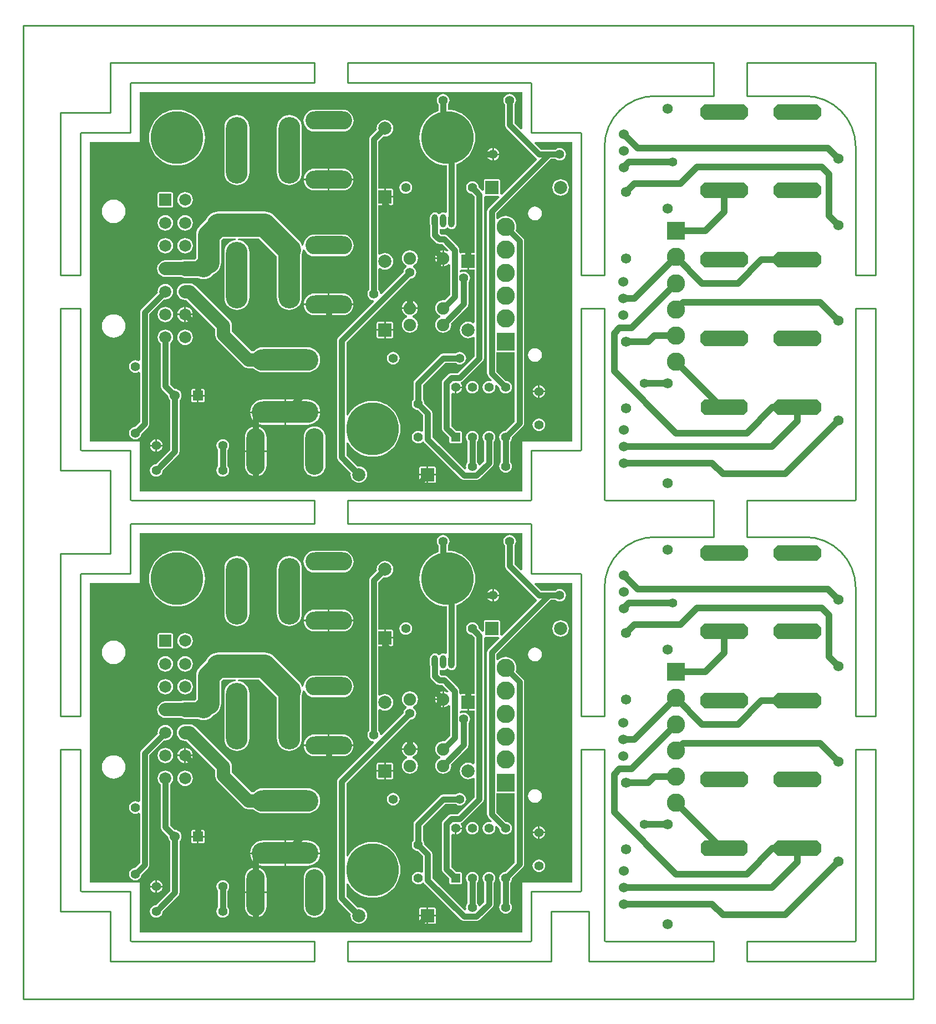
<source format=gtl>
G04 Layer_Physical_Order=1*
G04 Layer_Color=255*
%FSLAX25Y25*%
%MOIN*%
G70*
G01*
G75*
%ADD10C,0.04000*%
%ADD11C,0.12000*%
%ADD12C,0.14000*%
%ADD13C,0.08000*%
%ADD14C,0.13000*%
%ADD15C,0.09000*%
%ADD16C,0.03500*%
%ADD17C,0.01000*%
%ADD18C,0.06000*%
%ADD19C,0.11024*%
%ADD20R,0.11024X0.11024*%
%ADD21C,0.06200*%
G04:AMPARAMS|DCode=22|XSize=285mil|YSize=95mil|CornerRadius=0mil|HoleSize=0mil|Usage=FLASHONLY|Rotation=0.000|XOffset=0mil|YOffset=0mil|HoleType=Round|Shape=Octagon|*
%AMOCTAGOND22*
4,1,8,0.14250,-0.02375,0.14250,0.02375,0.11875,0.04750,-0.11875,0.04750,-0.14250,0.02375,-0.14250,-0.02375,-0.11875,-0.04750,0.11875,-0.04750,0.14250,-0.02375,0.0*
%
%ADD22OCTAGOND22*%

G04:AMPARAMS|DCode=23|XSize=280mil|YSize=95mil|CornerRadius=0mil|HoleSize=0mil|Usage=FLASHONLY|Rotation=180.000|XOffset=0mil|YOffset=0mil|HoleType=Round|Shape=Octagon|*
%AMOCTAGOND23*
4,1,8,-0.14000,0.02375,-0.14000,-0.02375,-0.11625,-0.04750,0.11625,-0.04750,0.14000,-0.02375,0.14000,0.02375,0.11625,0.04750,-0.11625,0.04750,-0.14000,0.02375,0.0*
%
%ADD23OCTAGOND23*%

%ADD24C,0.05500*%
%ADD25R,0.05500X0.05500*%
%ADD26C,0.05512*%
%ADD27O,0.03937X0.07874*%
%ADD28O,0.03937X0.07874*%
%ADD29C,0.07500*%
%ADD30O,0.40000X0.13000*%
%ADD31O,0.11000X0.28000*%
%ADD32O,0.13000X0.40000*%
%ADD33O,0.28000X0.11000*%
%ADD34R,0.07874X0.07874*%
%ADD35C,0.07874*%
%ADD36R,0.07874X0.07874*%
%ADD37R,0.06000X0.06000*%
%ADD38R,0.07200X0.07200*%
%ADD39C,0.07200*%
%ADD40C,0.31500*%
G36*
X300000Y257829D02*
X299076Y257447D01*
X295274Y261249D01*
Y272445D01*
X295781Y273106D01*
X296159Y274020D01*
X296288Y275000D01*
X296159Y275980D01*
X295781Y276894D01*
X295179Y277679D01*
X294394Y278281D01*
X293480Y278659D01*
X292500Y278788D01*
X291519Y278659D01*
X290606Y278281D01*
X289821Y277679D01*
X289219Y276894D01*
X288841Y275980D01*
X288712Y275000D01*
X288841Y274020D01*
X289219Y273106D01*
X289726Y272445D01*
Y260100D01*
X289821Y259382D01*
X290098Y258713D01*
X290539Y258139D01*
X308139Y240539D01*
X308514Y240251D01*
X308729Y239389D01*
X308735Y239140D01*
X308699Y239021D01*
X287797Y218120D01*
X286955Y218521D01*
X286866Y218603D01*
Y226437D01*
X286788Y226827D01*
X286567Y227158D01*
X286237Y227379D01*
X285846Y227457D01*
X277972D01*
X277582Y227379D01*
X277251Y227158D01*
X277030Y226827D01*
X276953Y226437D01*
Y220871D01*
X276729Y220699D01*
X275953Y220470D01*
X273768Y222655D01*
X273659Y223481D01*
X273281Y224394D01*
X272679Y225179D01*
X271894Y225781D01*
X270981Y226159D01*
X270000Y226288D01*
X269020Y226159D01*
X268106Y225781D01*
X267321Y225179D01*
X266719Y224394D01*
X266341Y223481D01*
X266212Y222500D01*
X266341Y221519D01*
X266719Y220606D01*
X267321Y219821D01*
X268106Y219219D01*
X269020Y218841D01*
X269845Y218732D01*
X271426Y217151D01*
Y183047D01*
X268000D01*
Y178091D01*
Y173134D01*
X271426D01*
Y141380D01*
X270426Y140887D01*
X269990Y141222D01*
X268789Y141719D01*
X267500Y141889D01*
X266211Y141719D01*
X265010Y141222D01*
X263979Y140430D01*
X263188Y139399D01*
X262690Y138198D01*
X262520Y136909D01*
X262690Y135621D01*
X263188Y134420D01*
X263979Y133388D01*
X265010Y132597D01*
X266211Y132099D01*
X267500Y131930D01*
X268789Y132099D01*
X269990Y132597D01*
X270426Y132932D01*
X271426Y132439D01*
Y121149D01*
X261251Y110974D01*
X257500D01*
X256782Y110879D01*
X256113Y110602D01*
X255539Y110161D01*
X252539Y107161D01*
X252098Y106587D01*
X251821Y105918D01*
X251726Y105200D01*
Y78000D01*
X251821Y77282D01*
X252098Y76613D01*
X252539Y76039D01*
X256230Y72347D01*
Y69750D01*
X256308Y69360D01*
X256529Y69029D01*
X256860Y68808D01*
X257250Y68730D01*
X262750D01*
X263140Y68808D01*
X263471Y69029D01*
X263692Y69360D01*
X263770Y69750D01*
Y75250D01*
X263692Y75640D01*
X263471Y75971D01*
X263140Y76192D01*
X262750Y76270D01*
X260153D01*
X257274Y79149D01*
Y98605D01*
X257711Y98929D01*
X258274Y99156D01*
X259021Y98847D01*
X259500Y98783D01*
Y102500D01*
X260000D01*
Y103000D01*
X263717D01*
X263653Y103479D01*
X263276Y104391D01*
X263177Y104520D01*
X263165Y104727D01*
X263510Y105683D01*
X263787Y105798D01*
X264361Y106239D01*
X276161Y118039D01*
X276602Y118613D01*
X276879Y119282D01*
X276974Y120000D01*
Y216825D01*
X277108Y217001D01*
X277972Y217543D01*
X277974Y217543D01*
X285806D01*
X285889Y217454D01*
X286289Y216612D01*
X279739Y210061D01*
X279298Y209487D01*
X279021Y208818D01*
X278926Y208100D01*
Y110800D01*
X279021Y110082D01*
X279298Y109413D01*
X279739Y108839D01*
X281598Y106980D01*
X281031Y106132D01*
X280979Y106154D01*
X280000Y106282D01*
X279021Y106154D01*
X278109Y105776D01*
X277326Y105175D01*
X276724Y104391D01*
X276346Y103479D01*
X276218Y102500D01*
X276346Y101521D01*
X276724Y100609D01*
X277326Y99826D01*
X278109Y99224D01*
X279021Y98847D01*
X280000Y98718D01*
X280979Y98847D01*
X281891Y99224D01*
X282675Y99826D01*
X283276Y100609D01*
X283653Y101521D01*
X283782Y102500D01*
X283653Y103479D01*
X283632Y103531D01*
X284479Y104098D01*
X286239Y102338D01*
X286347Y101521D01*
X286724Y100609D01*
X287326Y99826D01*
X288109Y99224D01*
X289021Y98847D01*
X290000Y98718D01*
X290979Y98847D01*
X291891Y99224D01*
X292674Y99826D01*
X293276Y100609D01*
X293653Y101521D01*
X293782Y102500D01*
X293653Y103479D01*
X293276Y104391D01*
X292674Y105175D01*
X291891Y105776D01*
X290979Y106154D01*
X290162Y106261D01*
X284474Y111949D01*
Y123398D01*
X284488Y123410D01*
X295512D01*
X295526Y123398D01*
Y81949D01*
X289839Y76261D01*
X289021Y76153D01*
X288109Y75776D01*
X287326Y75174D01*
X286724Y74391D01*
X286347Y73479D01*
X286218Y72500D01*
X286347Y71521D01*
X286724Y70609D01*
X287226Y69955D01*
Y57545D01*
X286724Y56891D01*
X286347Y55979D01*
X286218Y55000D01*
X286347Y54021D01*
X286724Y53109D01*
X287326Y52325D01*
X288109Y51724D01*
X289021Y51346D01*
X290000Y51218D01*
X290979Y51346D01*
X291891Y51724D01*
X292674Y52325D01*
X293276Y53109D01*
X293653Y54021D01*
X293782Y55000D01*
X293653Y55979D01*
X293276Y56891D01*
X292774Y57545D01*
Y69955D01*
X293276Y70609D01*
X293653Y71521D01*
X293761Y72338D01*
X300261Y78839D01*
X300702Y79413D01*
X300979Y80082D01*
X301074Y80800D01*
Y190539D01*
X300979Y191256D01*
X300702Y191926D01*
X300261Y192500D01*
X296134Y196627D01*
X296418Y197562D01*
X296543Y198839D01*
X296418Y200115D01*
X296045Y201343D01*
X295441Y202474D01*
X294627Y203465D01*
X293635Y204279D01*
X292504Y204884D01*
X291277Y205256D01*
X290000Y205382D01*
X288723Y205256D01*
X287496Y204884D01*
X286365Y204279D01*
X285474Y203548D01*
X285072Y203626D01*
X284474Y203946D01*
Y206951D01*
X317249Y239726D01*
X319945D01*
X320606Y239219D01*
X321519Y238841D01*
X322500Y238712D01*
X323481Y238841D01*
X324394Y239219D01*
X325179Y239821D01*
X325781Y240606D01*
X326159Y241519D01*
X326288Y242500D01*
X326159Y243480D01*
X325781Y244394D01*
X325179Y245179D01*
X324394Y245781D01*
X323481Y246159D01*
X322500Y246288D01*
X321519Y246159D01*
X320606Y245781D01*
X319945Y245274D01*
X311249D01*
X307447Y249076D01*
X307829Y250000D01*
X330000D01*
Y70000D01*
X300000D01*
Y40000D01*
X70000D01*
Y70000D01*
X40000D01*
Y250000D01*
X70000D01*
Y280000D01*
X300000D01*
Y257829D01*
D02*
G37*
G36*
Y522829D02*
X299076Y522446D01*
X295274Y526249D01*
Y537445D01*
X295781Y538106D01*
X296159Y539019D01*
X296288Y540000D01*
X296159Y540980D01*
X295781Y541894D01*
X295179Y542679D01*
X294394Y543281D01*
X293480Y543659D01*
X292500Y543788D01*
X291519Y543659D01*
X290606Y543281D01*
X289821Y542679D01*
X289219Y541894D01*
X288841Y540980D01*
X288712Y540000D01*
X288841Y539019D01*
X289219Y538106D01*
X289726Y537445D01*
Y525100D01*
X289821Y524382D01*
X290098Y523713D01*
X290539Y523139D01*
X308139Y505539D01*
X308514Y505251D01*
X308729Y504389D01*
X308735Y504140D01*
X308699Y504021D01*
X287797Y483120D01*
X286955Y483521D01*
X286866Y483603D01*
Y491437D01*
X286788Y491827D01*
X286567Y492158D01*
X286237Y492379D01*
X285846Y492457D01*
X277972D01*
X277582Y492379D01*
X277251Y492158D01*
X277030Y491827D01*
X276953Y491437D01*
Y485871D01*
X276729Y485699D01*
X275953Y485470D01*
X273768Y487655D01*
X273659Y488481D01*
X273281Y489394D01*
X272679Y490179D01*
X271894Y490781D01*
X270981Y491159D01*
X270000Y491288D01*
X269020Y491159D01*
X268106Y490781D01*
X267321Y490179D01*
X266719Y489394D01*
X266341Y488481D01*
X266212Y487500D01*
X266341Y486519D01*
X266719Y485606D01*
X267321Y484821D01*
X268106Y484219D01*
X269020Y483841D01*
X269845Y483732D01*
X271426Y482151D01*
Y448047D01*
X268000D01*
Y443091D01*
Y438134D01*
X271426D01*
Y406380D01*
X270426Y405887D01*
X269990Y406222D01*
X268789Y406719D01*
X267500Y406889D01*
X266211Y406719D01*
X265010Y406222D01*
X263979Y405431D01*
X263188Y404399D01*
X262690Y403198D01*
X262520Y401909D01*
X262690Y400621D01*
X263188Y399420D01*
X263979Y398388D01*
X265010Y397597D01*
X266211Y397099D01*
X267500Y396930D01*
X268789Y397099D01*
X269990Y397597D01*
X270426Y397932D01*
X271426Y397439D01*
Y386149D01*
X261251Y375974D01*
X257500D01*
X256782Y375879D01*
X256113Y375602D01*
X255539Y375161D01*
X252539Y372161D01*
X252098Y371587D01*
X251821Y370918D01*
X251726Y370200D01*
Y343000D01*
X251821Y342282D01*
X252098Y341613D01*
X252539Y341039D01*
X256230Y337347D01*
Y334750D01*
X256308Y334360D01*
X256529Y334029D01*
X256860Y333808D01*
X257250Y333730D01*
X262750D01*
X263140Y333808D01*
X263471Y334029D01*
X263692Y334360D01*
X263770Y334750D01*
Y340250D01*
X263692Y340640D01*
X263471Y340971D01*
X263140Y341192D01*
X262750Y341270D01*
X260153D01*
X257274Y344149D01*
Y363605D01*
X257711Y363929D01*
X258274Y364156D01*
X259021Y363846D01*
X259500Y363784D01*
Y367500D01*
X260000D01*
Y368000D01*
X263717D01*
X263653Y368479D01*
X263276Y369391D01*
X263177Y369520D01*
X263165Y369727D01*
X263510Y370683D01*
X263787Y370798D01*
X264361Y371239D01*
X276161Y383039D01*
X276602Y383613D01*
X276879Y384282D01*
X276974Y385000D01*
Y481825D01*
X277108Y482001D01*
X277972Y482543D01*
X277974Y482543D01*
X285806D01*
X285889Y482454D01*
X286289Y481612D01*
X279739Y475061D01*
X279298Y474487D01*
X279021Y473818D01*
X278926Y473100D01*
Y375800D01*
X279021Y375082D01*
X279298Y374413D01*
X279739Y373839D01*
X281598Y371979D01*
X281031Y371132D01*
X280979Y371153D01*
X280000Y371282D01*
X279021Y371153D01*
X278109Y370776D01*
X277326Y370175D01*
X276724Y369391D01*
X276346Y368479D01*
X276218Y367500D01*
X276346Y366521D01*
X276724Y365609D01*
X277326Y364826D01*
X278109Y364224D01*
X279021Y363846D01*
X280000Y363718D01*
X280979Y363846D01*
X281891Y364224D01*
X282675Y364826D01*
X283276Y365609D01*
X283653Y366521D01*
X283782Y367500D01*
X283653Y368479D01*
X283632Y368531D01*
X284479Y369098D01*
X286239Y367338D01*
X286347Y366521D01*
X286724Y365609D01*
X287326Y364826D01*
X288109Y364224D01*
X289021Y363846D01*
X290000Y363718D01*
X290979Y363846D01*
X291891Y364224D01*
X292674Y364826D01*
X293276Y365609D01*
X293653Y366521D01*
X293782Y367500D01*
X293653Y368479D01*
X293276Y369391D01*
X292674Y370175D01*
X291891Y370776D01*
X290979Y371153D01*
X290162Y371261D01*
X284474Y376949D01*
Y388398D01*
X284488Y388410D01*
X295512D01*
X295526Y388398D01*
Y346949D01*
X289839Y341261D01*
X289021Y341154D01*
X288109Y340776D01*
X287326Y340175D01*
X286724Y339391D01*
X286347Y338479D01*
X286218Y337500D01*
X286347Y336521D01*
X286724Y335609D01*
X287226Y334955D01*
Y322545D01*
X286724Y321891D01*
X286347Y320979D01*
X286218Y320000D01*
X286347Y319021D01*
X286724Y318109D01*
X287326Y317325D01*
X288109Y316724D01*
X289021Y316347D01*
X290000Y316218D01*
X290979Y316347D01*
X291891Y316724D01*
X292674Y317325D01*
X293276Y318109D01*
X293653Y319021D01*
X293782Y320000D01*
X293653Y320979D01*
X293276Y321891D01*
X292774Y322545D01*
Y334955D01*
X293276Y335609D01*
X293653Y336521D01*
X293761Y337338D01*
X300261Y343839D01*
X300702Y344413D01*
X300979Y345082D01*
X301074Y345800D01*
Y455539D01*
X300979Y456256D01*
X300702Y456925D01*
X300261Y457500D01*
X296134Y461627D01*
X296418Y462562D01*
X296543Y463839D01*
X296418Y465115D01*
X296045Y466343D01*
X295441Y467474D01*
X294627Y468465D01*
X293635Y469279D01*
X292504Y469884D01*
X291277Y470256D01*
X290000Y470382D01*
X288723Y470256D01*
X287496Y469884D01*
X286365Y469279D01*
X285474Y468548D01*
X285072Y468626D01*
X284474Y468946D01*
Y471951D01*
X317249Y504726D01*
X319945D01*
X320606Y504219D01*
X321519Y503841D01*
X322500Y503712D01*
X323481Y503841D01*
X324394Y504219D01*
X325179Y504821D01*
X325781Y505606D01*
X326159Y506520D01*
X326288Y507500D01*
X326159Y508481D01*
X325781Y509394D01*
X325179Y510179D01*
X324394Y510781D01*
X323481Y511159D01*
X322500Y511288D01*
X321519Y511159D01*
X320606Y510781D01*
X319945Y510274D01*
X311249D01*
X307447Y514076D01*
X307829Y515000D01*
X330000D01*
Y335000D01*
X300000D01*
Y305000D01*
X70000D01*
Y335000D01*
X40000D01*
Y515000D01*
X70000D01*
Y545000D01*
X300000D01*
Y522829D01*
D02*
G37*
%LPC*%
G36*
X145000Y208039D02*
X145000Y208039D01*
X117500D01*
X115932Y207884D01*
X114424Y207427D01*
X113034Y206684D01*
X111816Y205684D01*
X110816Y204466D01*
X110251Y203409D01*
X106171Y199329D01*
X105234Y198187D01*
X104537Y196884D01*
X104109Y195470D01*
X103964Y194000D01*
Y179911D01*
X103526Y179474D01*
X103381Y179296D01*
X97353D01*
X95917Y179107D01*
X95156Y178792D01*
X85542D01*
X84237Y178620D01*
X83020Y178116D01*
X81976Y177315D01*
X81174Y176270D01*
X80670Y175054D01*
X80499Y173749D01*
X80670Y172443D01*
X81174Y171227D01*
X81976Y170183D01*
X83020Y169381D01*
X84237Y168877D01*
X85542Y168706D01*
X95156D01*
X95917Y168390D01*
X97353Y168201D01*
X105435D01*
X105808Y168001D01*
X107128Y167601D01*
X108500Y167466D01*
X109872Y167601D01*
X111192Y168001D01*
X112408Y168651D01*
X113474Y169526D01*
X114601Y170653D01*
X115687Y171234D01*
X116829Y172171D01*
X117766Y173313D01*
X118463Y174616D01*
X118892Y176030D01*
X119036Y177500D01*
Y190878D01*
X120119Y191961D01*
X127689D01*
X127738Y190961D01*
X127030Y190892D01*
X125616Y190463D01*
X124313Y189766D01*
X123171Y188829D01*
X122234Y187687D01*
X121537Y186384D01*
X121108Y184970D01*
X120964Y183500D01*
Y156500D01*
X121108Y155030D01*
X121537Y153616D01*
X122234Y152313D01*
X123171Y151171D01*
X124313Y150234D01*
X125616Y149537D01*
X127030Y149109D01*
X128500Y148964D01*
X129970Y149109D01*
X131384Y149537D01*
X132687Y150234D01*
X133829Y151171D01*
X134766Y152313D01*
X135463Y153616D01*
X135891Y155030D01*
X136036Y156500D01*
Y183500D01*
X135891Y184970D01*
X135463Y186384D01*
X134766Y187687D01*
X133829Y188829D01*
X132687Y189766D01*
X131384Y190463D01*
X129970Y190892D01*
X129262Y190961D01*
X129311Y191961D01*
X141670D01*
X152464Y181168D01*
Y156500D01*
X152609Y155030D01*
X153037Y153616D01*
X153734Y152313D01*
X154671Y151171D01*
X155813Y150234D01*
X157116Y149537D01*
X158530Y149109D01*
X160000Y148964D01*
X161470Y149109D01*
X162884Y149537D01*
X164187Y150234D01*
X165329Y151171D01*
X166266Y152313D01*
X166963Y153616D01*
X167392Y155030D01*
X167536Y156500D01*
Y182285D01*
X167884Y183432D01*
X168039Y185000D01*
X168018Y185209D01*
X169004Y185405D01*
X169066Y185201D01*
X169669Y184071D01*
X170482Y183082D01*
X171471Y182269D01*
X172600Y181666D01*
X173826Y181294D01*
X175100Y181169D01*
X192100D01*
X193374Y181294D01*
X194599Y181666D01*
X195729Y182269D01*
X196718Y183082D01*
X197531Y184071D01*
X198134Y185201D01*
X198506Y186426D01*
X198631Y187700D01*
X198506Y188974D01*
X198134Y190199D01*
X197531Y191329D01*
X196718Y192318D01*
X195729Y193131D01*
X194599Y193734D01*
X193374Y194106D01*
X192100Y194231D01*
X175100D01*
X173826Y194106D01*
X172600Y193734D01*
X171471Y193131D01*
X170482Y192318D01*
X169669Y191329D01*
X169066Y190199D01*
X168694Y188974D01*
X168569Y187700D01*
X167575Y187589D01*
X167427Y188076D01*
X166684Y189466D01*
X165684Y190684D01*
X150684Y205684D01*
X149466Y206684D01*
X148076Y207427D01*
X146568Y207884D01*
X145000Y208039D01*
D02*
G37*
G36*
X85542Y192168D02*
X84341Y192010D01*
X83222Y191546D01*
X82261Y190809D01*
X81524Y189848D01*
X81060Y188729D01*
X80902Y187528D01*
X81060Y186328D01*
X81524Y185209D01*
X82261Y184248D01*
X83222Y183510D01*
X84341Y183047D01*
X85542Y182889D01*
X86743Y183047D01*
X87862Y183510D01*
X88823Y184248D01*
X89560Y185209D01*
X90023Y186328D01*
X90181Y187528D01*
X90023Y188729D01*
X89560Y189848D01*
X88823Y190809D01*
X87862Y191546D01*
X86743Y192010D01*
X85542Y192168D01*
D02*
G37*
G36*
X252000Y184725D02*
X251260Y184628D01*
X250104Y184149D01*
X249112Y183388D01*
X248351Y182396D01*
X247872Y181240D01*
X247775Y180500D01*
X252000D01*
Y184725D01*
D02*
G37*
G36*
X85542Y164609D02*
X84341Y164451D01*
X83222Y163987D01*
X82261Y163250D01*
X81524Y162289D01*
X81060Y161170D01*
X80902Y159969D01*
X80985Y159336D01*
X71139Y149489D01*
X70698Y148914D01*
X70421Y148245D01*
X70326Y147527D01*
Y118826D01*
X69394Y118281D01*
X68480Y118659D01*
X67500Y118788D01*
X66519Y118659D01*
X65606Y118281D01*
X64821Y117679D01*
X64219Y116894D01*
X63841Y115981D01*
X63712Y115000D01*
X63841Y114020D01*
X64219Y113106D01*
X64821Y112321D01*
X65606Y111719D01*
X66519Y111341D01*
X67500Y111212D01*
X68480Y111341D01*
X69394Y111719D01*
X70326Y111174D01*
Y81749D01*
X67345Y78768D01*
X66519Y78659D01*
X65606Y78281D01*
X64821Y77679D01*
X64219Y76894D01*
X63841Y75981D01*
X63712Y75000D01*
X63841Y74019D01*
X64219Y73106D01*
X64821Y72321D01*
X65606Y71719D01*
X66519Y71341D01*
X67500Y71212D01*
X68480Y71341D01*
X69394Y71719D01*
X70179Y72321D01*
X70781Y73106D01*
X71159Y74019D01*
X71268Y74845D01*
X75061Y78639D01*
X75502Y79213D01*
X75779Y79882D01*
X75874Y80600D01*
Y146379D01*
X84908Y155413D01*
X85542Y155330D01*
X86743Y155488D01*
X87862Y155951D01*
X88823Y156688D01*
X89560Y157649D01*
X90023Y158768D01*
X90181Y159969D01*
X90023Y161170D01*
X89560Y162289D01*
X88823Y163250D01*
X87862Y163987D01*
X86743Y164451D01*
X85542Y164609D01*
D02*
G37*
G36*
X252000Y179500D02*
X247775D01*
X247872Y178760D01*
X248351Y177604D01*
X249112Y176612D01*
X250104Y175851D01*
X251260Y175372D01*
X252000Y175275D01*
Y179500D01*
D02*
G37*
G36*
X252500Y278788D02*
X251519Y278659D01*
X250606Y278281D01*
X249821Y277679D01*
X249219Y276894D01*
X248841Y275980D01*
X248712Y275000D01*
X248841Y274020D01*
X249219Y273106D01*
X249726Y272445D01*
Y268398D01*
X248576Y268008D01*
X246607Y267037D01*
X244781Y265817D01*
X243130Y264370D01*
X241683Y262719D01*
X240463Y260893D01*
X239492Y258924D01*
X238786Y256844D01*
X238358Y254691D01*
X238214Y252500D01*
X238358Y250309D01*
X238786Y248155D01*
X239492Y246076D01*
X240463Y244107D01*
X241683Y242281D01*
X243130Y240631D01*
X244781Y239183D01*
X246607Y237963D01*
X248576Y236992D01*
X250656Y236286D01*
X252809Y235858D01*
X254726Y235732D01*
Y207762D01*
X254477Y207523D01*
X253726Y207174D01*
X253275Y207361D01*
X252500Y207463D01*
X251725Y207361D01*
X251003Y207062D01*
X250694Y206825D01*
X249617Y206586D01*
X248997Y207062D01*
X248275Y207361D01*
X247500Y207463D01*
X246725Y207361D01*
X246003Y207062D01*
X245383Y206586D01*
X244907Y205966D01*
X244608Y205243D01*
X244506Y204468D01*
Y200532D01*
X244608Y199757D01*
X244726Y199471D01*
Y193900D01*
X244821Y193182D01*
X245098Y192513D01*
X245539Y191939D01*
X248039Y189439D01*
X248613Y188998D01*
X249282Y188721D01*
X250000Y188626D01*
X251851D01*
X255636Y184842D01*
X254975Y184088D01*
X254895Y184149D01*
X253740Y184628D01*
X253000Y184725D01*
Y180000D01*
Y175275D01*
X253740Y175372D01*
X254895Y175851D01*
X255626Y176412D01*
X256626Y176044D01*
Y158049D01*
X253267Y154690D01*
X252500Y154791D01*
X251260Y154628D01*
X250104Y154149D01*
X249112Y153388D01*
X248351Y152395D01*
X247872Y151240D01*
X247709Y150000D01*
X247872Y148760D01*
X248351Y147605D01*
X249112Y146612D01*
X250104Y145851D01*
X250852Y145541D01*
Y144459D01*
X250104Y144149D01*
X249112Y143388D01*
X248351Y142395D01*
X247872Y141240D01*
X247709Y140000D01*
X247872Y138760D01*
X248351Y137604D01*
X249112Y136612D01*
X250104Y135851D01*
X251260Y135372D01*
X252500Y135209D01*
X253740Y135372D01*
X254895Y135851D01*
X255888Y136612D01*
X256649Y137604D01*
X257128Y138760D01*
X257291Y140000D01*
X257190Y140767D01*
X266861Y150439D01*
X267302Y151013D01*
X267579Y151682D01*
X267674Y152400D01*
Y165555D01*
X268176Y166209D01*
X268553Y167121D01*
X268682Y168100D01*
X268553Y169079D01*
X268176Y169991D01*
X267575Y170774D01*
X266791Y171376D01*
X265879Y171754D01*
X264900Y171882D01*
X263921Y171754D01*
X263239Y171471D01*
X262971Y171590D01*
X262373Y171950D01*
X262414Y172608D01*
X263304Y173186D01*
X263563Y173134D01*
X267000D01*
Y178091D01*
Y183047D01*
X263563D01*
X263173Y182970D01*
X262177Y183410D01*
X262174Y183413D01*
Y185000D01*
X262079Y185718D01*
X261802Y186387D01*
X261361Y186961D01*
X254961Y193361D01*
X254387Y193802D01*
X253718Y194079D01*
X253000Y194174D01*
X251149D01*
X250274Y195049D01*
Y197238D01*
X250523Y197477D01*
X251274Y197826D01*
X251725Y197639D01*
X252500Y197537D01*
X253275Y197639D01*
X253997Y197939D01*
X254617Y198414D01*
X255383D01*
X256003Y197939D01*
X256725Y197639D01*
X257500Y197537D01*
X258275Y197639D01*
X258997Y197939D01*
X259617Y198414D01*
X260093Y199034D01*
X260392Y199757D01*
X260494Y200532D01*
Y204468D01*
X260392Y205243D01*
X260274Y205529D01*
Y236601D01*
X261424Y236992D01*
X263393Y237963D01*
X265219Y239183D01*
X266869Y240631D01*
X268317Y242281D01*
X269537Y244107D01*
X270508Y246076D01*
X271214Y248155D01*
X271642Y250309D01*
X271786Y252500D01*
X271642Y254691D01*
X271214Y256844D01*
X270508Y258924D01*
X269537Y260893D01*
X268317Y262719D01*
X266869Y264370D01*
X265219Y265817D01*
X263393Y267037D01*
X261424Y268008D01*
X259345Y268714D01*
X257191Y269142D01*
X255274Y269268D01*
Y272445D01*
X255781Y273106D01*
X256159Y274020D01*
X256288Y275000D01*
X256159Y275980D01*
X255781Y276894D01*
X255179Y277679D01*
X254394Y278281D01*
X253481Y278659D01*
X252500Y278788D01*
D02*
G37*
G36*
X97353Y219727D02*
X96152Y219569D01*
X95033Y219106D01*
X94072Y218368D01*
X93335Y217407D01*
X92871Y216288D01*
X92713Y215087D01*
X92871Y213887D01*
X93335Y212768D01*
X94072Y211807D01*
X95033Y211069D01*
X96152Y210606D01*
X97353Y210448D01*
X98554Y210606D01*
X99673Y211069D01*
X100634Y211807D01*
X101371Y212768D01*
X101834Y213887D01*
X101992Y215087D01*
X101834Y216288D01*
X101371Y217407D01*
X100634Y218368D01*
X99673Y219106D01*
X98554Y219569D01*
X97353Y219727D01*
D02*
G37*
G36*
Y205947D02*
X96152Y205789D01*
X95033Y205326D01*
X94072Y204589D01*
X93335Y203628D01*
X92871Y202509D01*
X92713Y201308D01*
X92871Y200107D01*
X93335Y198988D01*
X94072Y198027D01*
X95033Y197290D01*
X96152Y196826D01*
X97353Y196668D01*
X98554Y196826D01*
X99673Y197290D01*
X100634Y198027D01*
X101371Y198988D01*
X101834Y200107D01*
X101992Y201308D01*
X101834Y202509D01*
X101371Y203628D01*
X100634Y204589D01*
X99673Y205326D01*
X98554Y205789D01*
X97353Y205947D01*
D02*
G37*
G36*
Y192168D02*
X96152Y192010D01*
X95033Y191546D01*
X94072Y190809D01*
X93335Y189848D01*
X92871Y188729D01*
X92713Y187528D01*
X92871Y186328D01*
X93335Y185209D01*
X94072Y184248D01*
X95033Y183510D01*
X96152Y183047D01*
X97353Y182889D01*
X98554Y183047D01*
X99673Y183510D01*
X100634Y184248D01*
X101371Y185209D01*
X101834Y186328D01*
X101992Y187528D01*
X101834Y188729D01*
X101371Y189848D01*
X100634Y190809D01*
X99673Y191546D01*
X98554Y192010D01*
X97353Y192168D01*
D02*
G37*
G36*
X85542Y205947D02*
X84341Y205789D01*
X83222Y205326D01*
X82261Y204589D01*
X81524Y203628D01*
X81060Y202509D01*
X80902Y201308D01*
X81060Y200107D01*
X81524Y198988D01*
X82261Y198027D01*
X83222Y197290D01*
X84341Y196826D01*
X85542Y196668D01*
X86743Y196826D01*
X87862Y197290D01*
X88823Y198027D01*
X89560Y198988D01*
X90023Y200107D01*
X90181Y201308D01*
X90023Y202509D01*
X89560Y203628D01*
X88823Y204589D01*
X87862Y205326D01*
X86743Y205789D01*
X85542Y205947D01*
D02*
G37*
G36*
X54500Y146344D02*
X54400Y146334D01*
X54300Y146344D01*
X53124Y146228D01*
X53028Y146199D01*
X53028Y146199D01*
X52928Y146189D01*
X51797Y145846D01*
X51708Y145799D01*
X51612Y145769D01*
X50570Y145212D01*
X50492Y145148D01*
X50404Y145101D01*
X49490Y144351D01*
X49426Y144274D01*
X49426Y144274D01*
X49349Y144210D01*
X48599Y143296D01*
X48552Y143208D01*
X48488Y143130D01*
X47931Y142088D01*
X47902Y141992D01*
X47854Y141903D01*
X47511Y140772D01*
X47501Y140672D01*
X47501Y140672D01*
X47472Y140576D01*
X47356Y139400D01*
X47361Y139350D01*
X47351Y139300D01*
X47361Y139250D01*
X47356Y139200D01*
X47472Y138024D01*
X47501Y137928D01*
X47501Y137928D01*
X47511Y137828D01*
X47854Y136697D01*
X47901Y136608D01*
X47931Y136512D01*
X48488Y135470D01*
X48552Y135392D01*
X48599Y135304D01*
X49349Y134390D01*
X49426Y134326D01*
X49426Y134326D01*
X49490Y134249D01*
X50404Y133499D01*
X50492Y133452D01*
X50570Y133388D01*
X51612Y132831D01*
X51708Y132802D01*
X51797Y132754D01*
X52928Y132411D01*
X53028Y132401D01*
X53028Y132401D01*
X53124Y132372D01*
X54300Y132256D01*
X54400Y132266D01*
X54500Y132256D01*
X55676Y132372D01*
X55772Y132401D01*
X55772Y132401D01*
X55872Y132411D01*
X57003Y132754D01*
X57092Y132801D01*
X57188Y132831D01*
X58230Y133388D01*
X58308Y133452D01*
X58396Y133499D01*
X59310Y134249D01*
X59374Y134326D01*
X59374Y134326D01*
X59451Y134390D01*
X60201Y135304D01*
X60248Y135392D01*
X60312Y135470D01*
X60869Y136512D01*
X60898Y136608D01*
X60946Y136697D01*
X61289Y137828D01*
X61299Y137928D01*
X61299Y137928D01*
X61328Y138024D01*
X61444Y139200D01*
X61439Y139250D01*
X61449Y139300D01*
X61439Y139350D01*
X61444Y139400D01*
X61328Y140576D01*
X61299Y140672D01*
X61299Y140672D01*
X61289Y140772D01*
X60946Y141903D01*
X60899Y141992D01*
X60869Y142088D01*
X60312Y143130D01*
X60248Y143208D01*
X60201Y143296D01*
X59451Y144210D01*
X59374Y144274D01*
X59374Y144274D01*
X59310Y144351D01*
X58396Y145101D01*
X58308Y145148D01*
X58230Y145212D01*
X57188Y145769D01*
X57092Y145798D01*
X57003Y145846D01*
X55872Y146189D01*
X55772Y146199D01*
X55772Y146199D01*
X55676Y146228D01*
X54500Y146344D01*
D02*
G37*
G36*
X96853Y150764D02*
X96152Y150671D01*
X95033Y150208D01*
X94072Y149471D01*
X93335Y148510D01*
X92871Y147391D01*
X92779Y146690D01*
X96853D01*
Y150764D01*
D02*
G37*
G36*
X198582Y151800D02*
X184100D01*
Y145769D01*
X192100D01*
X193374Y145894D01*
X194599Y146266D01*
X195729Y146869D01*
X196718Y147682D01*
X197531Y148671D01*
X198134Y149801D01*
X198506Y151026D01*
X198582Y151800D01*
D02*
G37*
G36*
X101927Y145690D02*
X97853D01*
Y141616D01*
X98554Y141708D01*
X99673Y142172D01*
X100634Y142909D01*
X101371Y143870D01*
X101834Y144989D01*
X101927Y145690D01*
D02*
G37*
G36*
X183100Y151800D02*
X168618D01*
X168694Y151026D01*
X169066Y149801D01*
X169669Y148671D01*
X170482Y147682D01*
X171471Y146869D01*
X172600Y146266D01*
X173826Y145894D01*
X175100Y145769D01*
X183100D01*
Y151800D01*
D02*
G37*
G36*
Y158831D02*
X175100D01*
X173826Y158706D01*
X172600Y158334D01*
X171471Y157731D01*
X170482Y156918D01*
X169669Y155929D01*
X169066Y154799D01*
X168694Y153574D01*
X168618Y152800D01*
X183100D01*
Y158831D01*
D02*
G37*
G36*
X192100D02*
X184100D01*
Y152800D01*
X198582D01*
X198506Y153574D01*
X198134Y154799D01*
X197531Y155929D01*
X196718Y156918D01*
X195729Y157731D01*
X194599Y158334D01*
X193374Y158706D01*
X192100Y158831D01*
D02*
G37*
G36*
X233000Y154725D02*
Y150500D01*
X237225D01*
X237128Y151240D01*
X236649Y152395D01*
X235888Y153388D01*
X234895Y154149D01*
X233740Y154628D01*
X233000Y154725D01*
D02*
G37*
G36*
X97853Y150764D02*
Y146690D01*
X101927D01*
X101834Y147391D01*
X101371Y148510D01*
X100634Y149471D01*
X99673Y150208D01*
X98554Y150671D01*
X97853Y150764D01*
D02*
G37*
G36*
X232000Y154725D02*
X231260Y154628D01*
X230104Y154149D01*
X229112Y153388D01*
X228351Y152395D01*
X227872Y151240D01*
X227775Y150500D01*
X232000D01*
Y154725D01*
D02*
G37*
G36*
X92500Y269286D02*
X90309Y269142D01*
X88156Y268714D01*
X86076Y268008D01*
X84107Y267037D01*
X82281Y265817D01*
X80631Y264370D01*
X79183Y262719D01*
X77963Y260893D01*
X76992Y258924D01*
X76286Y256844D01*
X75858Y254691D01*
X75714Y252500D01*
X75858Y250309D01*
X76286Y248155D01*
X76992Y246076D01*
X77963Y244107D01*
X79183Y242281D01*
X80631Y240631D01*
X82281Y239183D01*
X84107Y237963D01*
X86076Y236992D01*
X88156Y236286D01*
X90309Y235858D01*
X92500Y235714D01*
X94691Y235858D01*
X96845Y236286D01*
X98924Y236992D01*
X100893Y237963D01*
X102719Y239183D01*
X104369Y240631D01*
X105817Y242281D01*
X107037Y244107D01*
X108008Y246076D01*
X108714Y248155D01*
X109142Y250309D01*
X109286Y252500D01*
X109142Y254691D01*
X108714Y256844D01*
X108008Y258924D01*
X107037Y260893D01*
X105817Y262719D01*
X104369Y264370D01*
X102719Y265817D01*
X100893Y267037D01*
X98924Y268008D01*
X96845Y268714D01*
X94691Y269142D01*
X92500Y269286D01*
D02*
G37*
G36*
X282000Y242000D02*
X278778D01*
X278841Y241519D01*
X279219Y240606D01*
X279821Y239821D01*
X280606Y239219D01*
X281520Y238841D01*
X282000Y238777D01*
Y242000D01*
D02*
G37*
G36*
X192100Y233831D02*
X184100D01*
Y227800D01*
X198582D01*
X198506Y228574D01*
X198134Y229800D01*
X197531Y230929D01*
X196718Y231918D01*
X195729Y232731D01*
X194599Y233334D01*
X193374Y233706D01*
X192100Y233831D01*
D02*
G37*
G36*
X160000Y266036D02*
X158530Y265892D01*
X157116Y265463D01*
X155813Y264766D01*
X154671Y263829D01*
X153734Y262687D01*
X153037Y261384D01*
X152609Y259970D01*
X152464Y258500D01*
Y231500D01*
X152609Y230030D01*
X153037Y228616D01*
X153734Y227313D01*
X154671Y226171D01*
X155813Y225234D01*
X157116Y224537D01*
X158530Y224109D01*
X160000Y223964D01*
X161470Y224109D01*
X162884Y224537D01*
X164187Y225234D01*
X165329Y226171D01*
X166266Y227313D01*
X166963Y228616D01*
X167392Y230030D01*
X167536Y231500D01*
Y258500D01*
X167392Y259970D01*
X166963Y261384D01*
X166266Y262687D01*
X165329Y263829D01*
X164187Y264766D01*
X162884Y265463D01*
X161470Y265892D01*
X160000Y266036D01*
D02*
G37*
G36*
X183100Y233831D02*
X175100D01*
X173826Y233706D01*
X172600Y233334D01*
X171471Y232731D01*
X170482Y231918D01*
X169669Y230929D01*
X169066Y229800D01*
X168694Y228574D01*
X168618Y227800D01*
X183100D01*
Y233831D01*
D02*
G37*
G36*
X217500Y263070D02*
X216211Y262900D01*
X215010Y262403D01*
X213979Y261612D01*
X213188Y260580D01*
X212690Y259379D01*
X212520Y258091D01*
X212643Y257157D01*
X208839Y253352D01*
X208398Y252778D01*
X208121Y252109D01*
X208026Y251391D01*
Y161145D01*
X207524Y160491D01*
X207147Y159579D01*
X207018Y158600D01*
X207147Y157621D01*
X207524Y156709D01*
X208125Y155926D01*
X208909Y155324D01*
X209821Y154946D01*
X210518Y154855D01*
X210875Y154140D01*
X210909Y153832D01*
X189539Y132461D01*
X189098Y131887D01*
X188821Y131218D01*
X188726Y130500D01*
Y60409D01*
X188821Y59692D01*
X189098Y59022D01*
X189539Y58448D01*
X197053Y50934D01*
X196930Y50000D01*
X197099Y48711D01*
X197597Y47510D01*
X198388Y46479D01*
X199420Y45687D01*
X200621Y45190D01*
X201909Y45020D01*
X203198Y45190D01*
X204399Y45687D01*
X205431Y46479D01*
X206222Y47510D01*
X206719Y48711D01*
X206889Y50000D01*
X206719Y51289D01*
X206222Y52490D01*
X205431Y53521D01*
X204399Y54312D01*
X203198Y54810D01*
X201909Y54980D01*
X200975Y54857D01*
X194274Y61558D01*
Y69258D01*
X195274Y69491D01*
X195463Y69107D01*
X196683Y67281D01*
X198131Y65631D01*
X199781Y64183D01*
X201607Y62963D01*
X203576Y61992D01*
X205656Y61286D01*
X207809Y60858D01*
X210000Y60714D01*
X212191Y60858D01*
X214345Y61286D01*
X216424Y61992D01*
X218393Y62963D01*
X220219Y64183D01*
X221869Y65631D01*
X223317Y67281D01*
X224537Y69107D01*
X225508Y71076D01*
X226214Y73155D01*
X226642Y75309D01*
X226786Y77500D01*
X226642Y79691D01*
X226214Y81845D01*
X225508Y83924D01*
X224537Y85893D01*
X223317Y87719D01*
X221869Y89369D01*
X220219Y90817D01*
X218393Y92037D01*
X216424Y93008D01*
X214345Y93714D01*
X212191Y94142D01*
X210000Y94286D01*
X207809Y94142D01*
X205656Y93714D01*
X203576Y93008D01*
X201607Y92037D01*
X199781Y90817D01*
X198131Y89369D01*
X196683Y87719D01*
X195463Y85893D01*
X195274Y85509D01*
X194274Y85742D01*
Y129351D01*
X232662Y167739D01*
X233479Y167847D01*
X234391Y168224D01*
X235174Y168825D01*
X235776Y169609D01*
X236154Y170521D01*
X236282Y171500D01*
X236154Y172479D01*
X235776Y173391D01*
X235174Y174174D01*
X234574Y174635D01*
X234541Y175334D01*
X234652Y175750D01*
X234895Y175851D01*
X235888Y176612D01*
X236649Y177604D01*
X237128Y178760D01*
X237291Y180000D01*
X237128Y181240D01*
X236649Y182396D01*
X235888Y183388D01*
X234895Y184149D01*
X233740Y184628D01*
X232500Y184791D01*
X231260Y184628D01*
X230104Y184149D01*
X229112Y183388D01*
X228351Y182396D01*
X227872Y181240D01*
X227709Y180000D01*
X227872Y178760D01*
X228351Y177604D01*
X229112Y176612D01*
X230104Y175851D01*
X230348Y175750D01*
X230459Y175334D01*
X230426Y174635D01*
X229825Y174174D01*
X229224Y173391D01*
X228847Y172479D01*
X228739Y171662D01*
X215568Y158491D01*
X215260Y158525D01*
X214545Y158882D01*
X214454Y159579D01*
X214076Y160491D01*
X213574Y161145D01*
Y173620D01*
X214574Y174113D01*
X215010Y173778D01*
X216211Y173281D01*
X217500Y173111D01*
X218789Y173281D01*
X219990Y173778D01*
X221021Y174569D01*
X221813Y175601D01*
X222310Y176802D01*
X222480Y178091D01*
X222310Y179379D01*
X221813Y180580D01*
X221021Y181612D01*
X219990Y182403D01*
X218789Y182901D01*
X217500Y183070D01*
X216211Y182901D01*
X215010Y182403D01*
X214574Y182068D01*
X213574Y182561D01*
Y211953D01*
X217000D01*
Y216909D01*
Y221866D01*
X213574D01*
Y250242D01*
X216566Y253234D01*
X217500Y253111D01*
X218789Y253281D01*
X219990Y253778D01*
X221021Y254570D01*
X221813Y255601D01*
X222310Y256802D01*
X222480Y258091D01*
X222310Y259379D01*
X221813Y260580D01*
X221021Y261612D01*
X219990Y262403D01*
X218789Y262900D01*
X217500Y263070D01*
D02*
G37*
G36*
X192100Y269231D02*
X175100D01*
X173826Y269106D01*
X172600Y268734D01*
X171471Y268131D01*
X170482Y267318D01*
X169669Y266329D01*
X169066Y265199D01*
X168694Y263974D01*
X168569Y262700D01*
X168694Y261426D01*
X169066Y260201D01*
X169669Y259071D01*
X170482Y258082D01*
X171471Y257269D01*
X172600Y256666D01*
X173826Y256294D01*
X175100Y256169D01*
X192100D01*
X193374Y256294D01*
X194599Y256666D01*
X195729Y257269D01*
X196718Y258082D01*
X197531Y259071D01*
X198134Y260201D01*
X198506Y261426D01*
X198631Y262700D01*
X198506Y263974D01*
X198134Y265199D01*
X197531Y266329D01*
X196718Y267318D01*
X195729Y268131D01*
X194599Y268734D01*
X193374Y269106D01*
X192100Y269231D01*
D02*
G37*
G36*
X283000Y246222D02*
Y243000D01*
X286223D01*
X286159Y243480D01*
X285781Y244394D01*
X285179Y245179D01*
X284394Y245781D01*
X283481Y246159D01*
X283000Y246222D01*
D02*
G37*
G36*
X286223Y242000D02*
X283000D01*
Y238777D01*
X283481Y238841D01*
X284394Y239219D01*
X285179Y239821D01*
X285781Y240606D01*
X286159Y241519D01*
X286223Y242000D01*
D02*
G37*
G36*
X282000Y246222D02*
X281520Y246159D01*
X280606Y245781D01*
X279821Y245179D01*
X279219Y244394D01*
X278841Y243480D01*
X278778Y243000D01*
X282000D01*
Y246222D01*
D02*
G37*
G36*
X54500Y215241D02*
X54400Y215231D01*
X54300Y215241D01*
X53124Y215125D01*
X53028Y215096D01*
X53028Y215096D01*
X52928Y215087D01*
X51797Y214743D01*
X51708Y214696D01*
X51612Y214667D01*
X50570Y214110D01*
X50492Y214046D01*
X50404Y213999D01*
X49490Y213249D01*
X49426Y213171D01*
X49426Y213171D01*
X49349Y213108D01*
X48599Y212194D01*
X48552Y212105D01*
X48488Y212028D01*
X47931Y210985D01*
X47902Y210889D01*
X47854Y210801D01*
X47511Y209670D01*
X47501Y209570D01*
X47501Y209570D01*
X47472Y209474D01*
X47356Y208297D01*
X47361Y208247D01*
X47351Y208198D01*
X47361Y208148D01*
X47356Y208098D01*
X47472Y206922D01*
X47501Y206825D01*
X47501Y206825D01*
X47511Y206725D01*
X47854Y205594D01*
X47901Y205506D01*
X47931Y205410D01*
X48488Y204367D01*
X48552Y204290D01*
X48599Y204201D01*
X49349Y203288D01*
X49426Y203224D01*
X49426Y203224D01*
X49490Y203146D01*
X50404Y202396D01*
X50492Y202349D01*
X50570Y202285D01*
X51612Y201728D01*
X51708Y201699D01*
X51797Y201652D01*
X52928Y201309D01*
X53028Y201299D01*
X53028Y201299D01*
X53124Y201270D01*
X54300Y201154D01*
X54400Y201164D01*
X54500Y201154D01*
X55676Y201270D01*
X55772Y201299D01*
X55772Y201299D01*
X55872Y201309D01*
X57003Y201652D01*
X57092Y201699D01*
X57188Y201728D01*
X58230Y202285D01*
X58308Y202349D01*
X58396Y202396D01*
X59310Y203146D01*
X59374Y203224D01*
X59374Y203224D01*
X59451Y203288D01*
X60201Y204201D01*
X60248Y204290D01*
X60312Y204367D01*
X60869Y205410D01*
X60898Y205506D01*
X60946Y205594D01*
X61289Y206725D01*
X61299Y206825D01*
X61299Y206825D01*
X61328Y206922D01*
X61444Y208098D01*
X61439Y208148D01*
X61449Y208198D01*
X61439Y208247D01*
X61444Y208297D01*
X61328Y209474D01*
X61299Y209570D01*
X61299Y209570D01*
X61289Y209670D01*
X60946Y210801D01*
X60899Y210889D01*
X60869Y210985D01*
X60312Y212028D01*
X60248Y212105D01*
X60201Y212194D01*
X59451Y213108D01*
X59374Y213171D01*
X59374Y213171D01*
X59310Y213249D01*
X58396Y213999D01*
X58308Y214046D01*
X58230Y214110D01*
X57188Y214667D01*
X57092Y214696D01*
X57003Y214743D01*
X55872Y215087D01*
X55772Y215096D01*
X55772Y215096D01*
X55676Y215125D01*
X54500Y215241D01*
D02*
G37*
G36*
X221437Y221866D02*
X218000D01*
Y217409D01*
X222457D01*
Y220846D01*
X222379Y221237D01*
X222158Y221567D01*
X221827Y221788D01*
X221437Y221866D01*
D02*
G37*
G36*
X222457Y216409D02*
X218000D01*
Y211953D01*
X221437D01*
X221827Y212030D01*
X222158Y212251D01*
X222379Y212582D01*
X222457Y212972D01*
Y216409D01*
D02*
G37*
G36*
X89142Y219707D02*
X81942D01*
X81552Y219629D01*
X81221Y219408D01*
X81000Y219078D01*
X80922Y218687D01*
Y211487D01*
X81000Y211097D01*
X81221Y210766D01*
X81552Y210545D01*
X81942Y210468D01*
X89142D01*
X89532Y210545D01*
X89863Y210766D01*
X90084Y211097D01*
X90161Y211487D01*
Y218687D01*
X90084Y219078D01*
X89863Y219408D01*
X89532Y219629D01*
X89142Y219707D01*
D02*
G37*
G36*
X307850Y211047D02*
X307750Y211040D01*
X307717Y211045D01*
X307684Y211040D01*
X307583Y211047D01*
X306774Y210941D01*
X306679Y210908D01*
X306646Y210904D01*
X306616Y210891D01*
X306517Y210872D01*
X305763Y210559D01*
X305679Y210503D01*
X305649Y210491D01*
X305623Y210471D01*
X305533Y210426D01*
X304885Y209929D01*
X304819Y209854D01*
X304792Y209834D01*
X304772Y209807D01*
X304697Y209741D01*
X304200Y209093D01*
X304155Y209003D01*
X304135Y208977D01*
X304123Y208946D01*
X304067Y208863D01*
X303754Y208109D01*
X303735Y208010D01*
X303722Y207980D01*
X303718Y207947D01*
X303685Y207852D01*
X303579Y207043D01*
X303583Y206975D01*
X303570Y206909D01*
X303583Y206843D01*
X303579Y206776D01*
X303685Y205967D01*
X303718Y205872D01*
X303722Y205839D01*
X303735Y205808D01*
X303754Y205710D01*
X304067Y204956D01*
X304123Y204872D01*
X304135Y204842D01*
X304155Y204815D01*
X304200Y204725D01*
X304697Y204078D01*
X304772Y204012D01*
X304792Y203985D01*
X304819Y203965D01*
X304885Y203890D01*
X305533Y203393D01*
X305623Y203348D01*
X305649Y203328D01*
X305679Y203315D01*
X305763Y203260D01*
X306517Y202947D01*
X306616Y202928D01*
X306646Y202915D01*
X306679Y202911D01*
X306774Y202878D01*
X307583Y202772D01*
X307684Y202778D01*
X307717Y202774D01*
X307750Y202778D01*
X307850Y202772D01*
X308659Y202878D01*
X308754Y202911D01*
X308787Y202915D01*
X308818Y202928D01*
X308916Y202947D01*
X309670Y203260D01*
X309754Y203315D01*
X309784Y203328D01*
X309811Y203348D01*
X309901Y203393D01*
X310548Y203890D01*
X310614Y203965D01*
X310641Y203985D01*
X310661Y204012D01*
X310736Y204078D01*
X311233Y204725D01*
X311278Y204815D01*
X311298Y204842D01*
X311311Y204872D01*
X311366Y204956D01*
X311679Y205710D01*
X311698Y205808D01*
X311711Y205839D01*
X311715Y205872D01*
X311748Y205967D01*
X311854Y206776D01*
X311850Y206843D01*
X311863Y206909D01*
X311850Y206975D01*
X311854Y207043D01*
X311748Y207852D01*
X311715Y207947D01*
X311711Y207980D01*
X311698Y208010D01*
X311679Y208109D01*
X311366Y208863D01*
X311311Y208946D01*
X311298Y208977D01*
X311278Y209003D01*
X311233Y209093D01*
X310736Y209741D01*
X310661Y209807D01*
X310641Y209834D01*
X310614Y209854D01*
X310548Y209929D01*
X309901Y210426D01*
X309811Y210471D01*
X309784Y210491D01*
X309754Y210503D01*
X309670Y210559D01*
X308916Y210872D01*
X308818Y210891D01*
X308787Y210904D01*
X308754Y210908D01*
X308659Y210941D01*
X307850Y211047D01*
D02*
G37*
G36*
X198582Y226800D02*
X184100D01*
Y220769D01*
X192100D01*
X193374Y220894D01*
X194599Y221266D01*
X195729Y221869D01*
X196718Y222682D01*
X197531Y223671D01*
X198134Y224800D01*
X198506Y226026D01*
X198582Y226800D01*
D02*
G37*
G36*
X128500Y266036D02*
X127030Y265892D01*
X125616Y265463D01*
X124313Y264766D01*
X123171Y263829D01*
X122234Y262687D01*
X121537Y261384D01*
X121108Y259970D01*
X120964Y258500D01*
Y231500D01*
X121108Y230030D01*
X121537Y228616D01*
X122234Y227313D01*
X123171Y226171D01*
X124313Y225234D01*
X125616Y224537D01*
X127030Y224109D01*
X128500Y223964D01*
X129970Y224109D01*
X131384Y224537D01*
X132687Y225234D01*
X133829Y226171D01*
X134766Y227313D01*
X135463Y228616D01*
X135891Y230030D01*
X136036Y231500D01*
Y258500D01*
X135891Y259970D01*
X135463Y261384D01*
X134766Y262687D01*
X133829Y263829D01*
X132687Y264766D01*
X131384Y265463D01*
X129970Y265892D01*
X128500Y266036D01*
D02*
G37*
G36*
X183100Y226800D02*
X168618D01*
X168694Y226026D01*
X169066Y224800D01*
X169669Y223671D01*
X170482Y222682D01*
X171471Y221869D01*
X172600Y221266D01*
X173826Y220894D01*
X175100Y220769D01*
X183100D01*
Y226800D01*
D02*
G37*
G36*
X323091Y227480D02*
X321802Y227310D01*
X320601Y226813D01*
X319569Y226021D01*
X318778Y224990D01*
X318281Y223789D01*
X318111Y222500D01*
X318281Y221211D01*
X318778Y220010D01*
X319569Y218979D01*
X320601Y218187D01*
X321802Y217690D01*
X323091Y217520D01*
X324379Y217690D01*
X325580Y218187D01*
X326612Y218979D01*
X327403Y220010D01*
X327901Y221211D01*
X328070Y222500D01*
X327901Y223789D01*
X327403Y224990D01*
X326612Y226021D01*
X325580Y226813D01*
X324379Y227310D01*
X323091Y227480D01*
D02*
G37*
G36*
X230000Y226288D02*
X229019Y226159D01*
X228106Y225781D01*
X227321Y225179D01*
X226719Y224394D01*
X226341Y223481D01*
X226212Y222500D01*
X226341Y221519D01*
X226719Y220606D01*
X227321Y219821D01*
X228106Y219219D01*
X229019Y218841D01*
X230000Y218712D01*
X230980Y218841D01*
X231894Y219219D01*
X232679Y219821D01*
X233281Y220606D01*
X233659Y221519D01*
X233788Y222500D01*
X233659Y223481D01*
X233281Y224394D01*
X232679Y225179D01*
X231894Y225781D01*
X230980Y226159D01*
X230000Y226288D01*
D02*
G37*
G36*
X96853Y145690D02*
X92779D01*
X92871Y144989D01*
X93335Y143870D01*
X94072Y142909D01*
X95033Y142172D01*
X96152Y141708D01*
X96853Y141616D01*
Y145690D01*
D02*
G37*
G36*
X79500Y71223D02*
X79019Y71159D01*
X78106Y70781D01*
X77321Y70179D01*
X76719Y69394D01*
X76341Y68480D01*
X76278Y68000D01*
X79500D01*
Y71223D01*
D02*
G37*
G36*
X80500D02*
Y68000D01*
X83723D01*
X83659Y68480D01*
X83281Y69394D01*
X82679Y70179D01*
X81894Y70781D01*
X80980Y71159D01*
X80500Y71223D01*
D02*
G37*
G36*
X140300Y78882D02*
Y64400D01*
X146331D01*
Y72400D01*
X146206Y73674D01*
X145834Y74900D01*
X145231Y76029D01*
X144418Y77018D01*
X143429Y77831D01*
X142299Y78434D01*
X141074Y78806D01*
X140300Y78882D01*
D02*
G37*
G36*
X83723Y67000D02*
X80500D01*
Y63778D01*
X80980Y63841D01*
X81894Y64219D01*
X82679Y64821D01*
X83281Y65606D01*
X83659Y66519D01*
X83723Y67000D01*
D02*
G37*
G36*
X139300Y78882D02*
X138526Y78806D01*
X137301Y78434D01*
X136171Y77831D01*
X135182Y77018D01*
X134369Y76029D01*
X133766Y74900D01*
X133394Y73674D01*
X133269Y72400D01*
Y64400D01*
X139300D01*
Y78882D01*
D02*
G37*
G36*
X157000Y95036D02*
X144000D01*
X142530Y94892D01*
X141116Y94463D01*
X139813Y93766D01*
X138671Y92829D01*
X137734Y91687D01*
X137037Y90384D01*
X136609Y88970D01*
X136513Y88000D01*
X157000D01*
Y95036D01*
D02*
G37*
G36*
X171000D02*
X158000D01*
Y88000D01*
X178487D01*
X178392Y88970D01*
X177963Y90384D01*
X177266Y91687D01*
X176329Y92829D01*
X175187Y93766D01*
X173884Y94463D01*
X172470Y94892D01*
X171000Y95036D01*
D02*
G37*
G36*
X178487Y87000D02*
X158000D01*
Y79964D01*
X171000D01*
X172470Y80108D01*
X173884Y80537D01*
X175187Y81234D01*
X176329Y82171D01*
X177266Y83313D01*
X177963Y84616D01*
X178392Y86030D01*
X178487Y87000D01*
D02*
G37*
G36*
X310000Y83782D02*
X309021Y83653D01*
X308109Y83276D01*
X307326Y82674D01*
X306724Y81891D01*
X306347Y80979D01*
X306218Y80000D01*
X306347Y79021D01*
X306724Y78109D01*
X307326Y77325D01*
X308109Y76724D01*
X309021Y76346D01*
X310000Y76218D01*
X310979Y76346D01*
X311891Y76724D01*
X312674Y77325D01*
X313276Y78109D01*
X313653Y79021D01*
X313782Y80000D01*
X313653Y80979D01*
X313276Y81891D01*
X312674Y82674D01*
X311891Y83276D01*
X310979Y83653D01*
X310000Y83782D01*
D02*
G37*
G36*
X157000Y87000D02*
X136513D01*
X136609Y86030D01*
X137037Y84616D01*
X137734Y83313D01*
X138671Y82171D01*
X139813Y81234D01*
X141116Y80537D01*
X142530Y80108D01*
X144000Y79964D01*
X157000D01*
Y87000D01*
D02*
G37*
G36*
X120000Y71288D02*
X119019Y71159D01*
X118106Y70781D01*
X117321Y70179D01*
X116719Y69394D01*
X116341Y68480D01*
X116212Y67500D01*
X116341Y66519D01*
X116719Y65606D01*
X117226Y64945D01*
Y55055D01*
X116719Y54394D01*
X116341Y53480D01*
X116212Y52500D01*
X116341Y51520D01*
X116719Y50606D01*
X117321Y49821D01*
X118106Y49219D01*
X119019Y48841D01*
X120000Y48712D01*
X120981Y48841D01*
X121894Y49219D01*
X122679Y49821D01*
X123281Y50606D01*
X123659Y51520D01*
X123788Y52500D01*
X123659Y53480D01*
X123281Y54394D01*
X122774Y55055D01*
Y64945D01*
X123281Y65606D01*
X123659Y66519D01*
X123788Y67500D01*
X123659Y68480D01*
X123281Y69394D01*
X122679Y70179D01*
X121894Y70781D01*
X120981Y71159D01*
X120000Y71288D01*
D02*
G37*
G36*
X175200Y78931D02*
X173926Y78806D01*
X172701Y78434D01*
X171571Y77831D01*
X170582Y77018D01*
X169769Y76029D01*
X169166Y74900D01*
X168794Y73674D01*
X168669Y72400D01*
Y55400D01*
X168794Y54126D01*
X169166Y52900D01*
X169769Y51771D01*
X170582Y50782D01*
X171571Y49969D01*
X172701Y49366D01*
X173926Y48994D01*
X175200Y48869D01*
X176474Y48994D01*
X177699Y49366D01*
X178829Y49969D01*
X179818Y50782D01*
X180631Y51771D01*
X181234Y52900D01*
X181606Y54126D01*
X181731Y55400D01*
Y72400D01*
X181606Y73674D01*
X181234Y74900D01*
X180631Y76029D01*
X179818Y77018D01*
X178829Y77831D01*
X177699Y78434D01*
X176474Y78806D01*
X175200Y78931D01*
D02*
G37*
G36*
X85542Y137050D02*
X84341Y136892D01*
X83222Y136428D01*
X82261Y135691D01*
X81524Y134730D01*
X81060Y133611D01*
X80902Y132410D01*
X81060Y131209D01*
X81524Y130090D01*
X82261Y129129D01*
X82768Y128740D01*
Y103158D01*
X82863Y102440D01*
X83140Y101771D01*
X83580Y101197D01*
X87178Y97599D01*
X87165Y97500D01*
X87303Y96456D01*
X87706Y95483D01*
X88347Y94647D01*
X88426Y94586D01*
Y64849D01*
X79845Y56268D01*
X79019Y56159D01*
X78106Y55781D01*
X77321Y55179D01*
X76719Y54394D01*
X76341Y53480D01*
X76212Y52500D01*
X76341Y51520D01*
X76719Y50606D01*
X77321Y49821D01*
X78106Y49219D01*
X79019Y48841D01*
X80000Y48712D01*
X80980Y48841D01*
X81894Y49219D01*
X82679Y49821D01*
X83281Y50606D01*
X83659Y51520D01*
X83768Y52345D01*
X93161Y61739D01*
X93602Y62313D01*
X93879Y62982D01*
X93974Y63700D01*
Y94586D01*
X94053Y94647D01*
X94694Y95483D01*
X95097Y96456D01*
X95235Y97500D01*
X95097Y98544D01*
X94694Y99517D01*
X94053Y100353D01*
X93217Y100994D01*
X92244Y101397D01*
X91200Y101534D01*
X91101Y101522D01*
X88315Y104307D01*
Y128740D01*
X88823Y129129D01*
X89560Y130090D01*
X90023Y131209D01*
X90181Y132410D01*
X90023Y133611D01*
X89560Y134730D01*
X88823Y135691D01*
X87862Y136428D01*
X86743Y136892D01*
X85542Y137050D01*
D02*
G37*
G36*
X242591Y49500D02*
X238134D01*
Y46063D01*
X238212Y45673D01*
X238433Y45342D01*
X238763Y45121D01*
X239154Y45043D01*
X242591D01*
Y49500D01*
D02*
G37*
G36*
X248047D02*
X243591D01*
Y45043D01*
X247028D01*
X247418Y45121D01*
X247749Y45342D01*
X247970Y45673D01*
X248047Y46063D01*
Y49500D01*
D02*
G37*
G36*
X247028Y54957D02*
X243591D01*
Y50500D01*
X248047D01*
Y53937D01*
X247970Y54327D01*
X247749Y54658D01*
X247418Y54879D01*
X247028Y54957D01*
D02*
G37*
G36*
X79500Y67000D02*
X76278D01*
X76341Y66519D01*
X76719Y65606D01*
X77321Y64821D01*
X78106Y64219D01*
X79019Y63841D01*
X79500Y63778D01*
Y67000D01*
D02*
G37*
G36*
X242591Y54957D02*
X239154D01*
X238763Y54879D01*
X238433Y54658D01*
X238212Y54327D01*
X238134Y53937D01*
Y50500D01*
X242591D01*
Y54957D01*
D02*
G37*
G36*
X139300Y63400D02*
X133269D01*
Y55400D01*
X133394Y54126D01*
X133766Y52900D01*
X134369Y51771D01*
X135182Y50782D01*
X136171Y49969D01*
X137301Y49366D01*
X138526Y48994D01*
X139300Y48918D01*
Y63400D01*
D02*
G37*
G36*
X146331D02*
X140300D01*
Y48918D01*
X141074Y48994D01*
X142299Y49366D01*
X143429Y49969D01*
X144418Y50782D01*
X145231Y51771D01*
X145834Y52900D01*
X146206Y54126D01*
X146331Y55400D01*
Y63400D01*
D02*
G37*
G36*
X104500Y97000D02*
X100980D01*
Y94500D01*
X101058Y94110D01*
X101279Y93779D01*
X101610Y93558D01*
X102000Y93480D01*
X104500D01*
Y97000D01*
D02*
G37*
G36*
X97353Y137050D02*
X96152Y136892D01*
X95033Y136428D01*
X94072Y135691D01*
X93335Y134730D01*
X92871Y133611D01*
X92713Y132410D01*
X92871Y131209D01*
X93335Y130090D01*
X94072Y129129D01*
X95033Y128392D01*
X96152Y127929D01*
X97353Y127770D01*
X98554Y127929D01*
X99673Y128392D01*
X100634Y129129D01*
X101371Y130090D01*
X101834Y131209D01*
X101992Y132410D01*
X101834Y133611D01*
X101371Y134730D01*
X100634Y135691D01*
X99673Y136428D01*
X98554Y136892D01*
X97353Y137050D01*
D02*
G37*
G36*
X217000Y136409D02*
X212543D01*
Y132972D01*
X212621Y132582D01*
X212842Y132251D01*
X213173Y132030D01*
X213563Y131953D01*
X217000D01*
Y136409D01*
D02*
G37*
G36*
X307850Y126008D02*
X307750Y126001D01*
X307717Y126005D01*
X307684Y126001D01*
X307583Y126008D01*
X306774Y125901D01*
X306679Y125869D01*
X306646Y125865D01*
X306616Y125852D01*
X306517Y125832D01*
X305763Y125520D01*
X305679Y125464D01*
X305649Y125451D01*
X305623Y125431D01*
X305533Y125387D01*
X304885Y124890D01*
X304819Y124814D01*
X304792Y124794D01*
X304772Y124768D01*
X304697Y124702D01*
X304200Y124054D01*
X304155Y123964D01*
X304135Y123938D01*
X304123Y123907D01*
X304067Y123824D01*
X303754Y123070D01*
X303735Y122971D01*
X303722Y122940D01*
X303718Y122907D01*
X303685Y122812D01*
X303579Y122003D01*
X303583Y121936D01*
X303570Y121870D01*
X303583Y121804D01*
X303579Y121737D01*
X303685Y120928D01*
X303718Y120833D01*
X303722Y120800D01*
X303735Y120769D01*
X303754Y120671D01*
X304067Y119916D01*
X304123Y119833D01*
X304135Y119802D01*
X304155Y119776D01*
X304200Y119686D01*
X304697Y119038D01*
X304772Y118972D01*
X304792Y118946D01*
X304819Y118926D01*
X304885Y118850D01*
X305533Y118353D01*
X305623Y118309D01*
X305649Y118289D01*
X305679Y118276D01*
X305763Y118220D01*
X306517Y117908D01*
X306616Y117888D01*
X306646Y117876D01*
X306679Y117871D01*
X306774Y117839D01*
X307583Y117732D01*
X307684Y117739D01*
X307717Y117735D01*
X307750Y117739D01*
X307850Y117732D01*
X308659Y117839D01*
X308754Y117871D01*
X308787Y117876D01*
X308818Y117888D01*
X308916Y117908D01*
X309670Y118220D01*
X309754Y118276D01*
X309784Y118289D01*
X309811Y118309D01*
X309901Y118353D01*
X310548Y118850D01*
X310614Y118926D01*
X310641Y118946D01*
X310661Y118972D01*
X310736Y119038D01*
X311233Y119686D01*
X311278Y119776D01*
X311298Y119802D01*
X311311Y119833D01*
X311366Y119916D01*
X311679Y120671D01*
X311698Y120769D01*
X311711Y120800D01*
X311715Y120833D01*
X311748Y120928D01*
X311854Y121737D01*
X311850Y121804D01*
X311863Y121870D01*
X311850Y121936D01*
X311854Y122003D01*
X311748Y122812D01*
X311715Y122907D01*
X311711Y122940D01*
X311698Y122971D01*
X311679Y123069D01*
X311366Y123824D01*
X311311Y123907D01*
X311298Y123938D01*
X311278Y123964D01*
X311233Y124054D01*
X310736Y124702D01*
X310661Y124768D01*
X310641Y124794D01*
X310614Y124814D01*
X310548Y124890D01*
X309901Y125387D01*
X309811Y125431D01*
X309784Y125451D01*
X309754Y125464D01*
X309670Y125520D01*
X308916Y125832D01*
X308818Y125852D01*
X308787Y125865D01*
X308754Y125869D01*
X308659Y125901D01*
X307850Y126008D01*
D02*
G37*
G36*
X222500Y123788D02*
X221519Y123659D01*
X220606Y123281D01*
X219821Y122679D01*
X219219Y121894D01*
X218841Y120981D01*
X218712Y120000D01*
X218841Y119019D01*
X219219Y118106D01*
X219821Y117321D01*
X220606Y116719D01*
X221519Y116341D01*
X222500Y116212D01*
X223481Y116341D01*
X224394Y116719D01*
X225179Y117321D01*
X225781Y118106D01*
X226159Y119019D01*
X226288Y120000D01*
X226159Y120981D01*
X225781Y121894D01*
X225179Y122679D01*
X224394Y123281D01*
X223481Y123659D01*
X222500Y123788D01*
D02*
G37*
G36*
X262500D02*
X261520Y123659D01*
X260606Y123281D01*
X259945Y122774D01*
X252500D01*
X251782Y122679D01*
X251113Y122402D01*
X250539Y121961D01*
X235539Y106961D01*
X235098Y106387D01*
X234821Y105718D01*
X234726Y105000D01*
Y95045D01*
X234224Y94391D01*
X233846Y93479D01*
X233718Y92500D01*
X233846Y91521D01*
X234224Y90609D01*
X234825Y89825D01*
X235609Y89224D01*
X236521Y88846D01*
X237338Y88739D01*
X240426Y85651D01*
Y76242D01*
X239426Y75749D01*
X239391Y75776D01*
X238479Y76153D01*
X237500Y76282D01*
X236521Y76153D01*
X235609Y75776D01*
X234825Y75174D01*
X234224Y74391D01*
X233846Y73479D01*
X233718Y72500D01*
X233846Y71521D01*
X234224Y70609D01*
X234825Y69826D01*
X235609Y69224D01*
X236521Y68846D01*
X237500Y68718D01*
X238479Y68846D01*
X239391Y69224D01*
X239854Y69579D01*
X240355Y69757D01*
X241150Y69454D01*
X241239Y69339D01*
X263039Y47539D01*
X263613Y47098D01*
X264282Y46821D01*
X265000Y46726D01*
X272500D01*
X273218Y46821D01*
X273887Y47098D01*
X274461Y47539D01*
X281961Y55039D01*
X282402Y55613D01*
X282679Y56282D01*
X282774Y57000D01*
Y69955D01*
X283276Y70609D01*
X283653Y71521D01*
X283782Y72500D01*
X283653Y73479D01*
X283276Y74391D01*
X282675Y75174D01*
X281891Y75776D01*
X280979Y76153D01*
X280000Y76282D01*
X279021Y76153D01*
X278109Y75776D01*
X277326Y75174D01*
X276724Y74391D01*
X276346Y73479D01*
X276218Y72500D01*
X276346Y71521D01*
X276724Y70609D01*
X277226Y69955D01*
Y58149D01*
X274708Y55631D01*
X273654Y55979D01*
X273276Y56891D01*
X272774Y57545D01*
Y69955D01*
X273276Y70609D01*
X273654Y71521D01*
X273782Y72500D01*
X273654Y73479D01*
X273276Y74391D01*
X272674Y75174D01*
X271891Y75776D01*
X270979Y76153D01*
X270000Y76282D01*
X269021Y76153D01*
X268109Y75776D01*
X267325Y75174D01*
X266724Y74391D01*
X266347Y73479D01*
X266218Y72500D01*
X266347Y71521D01*
X266724Y70609D01*
X267226Y69955D01*
Y57545D01*
X266724Y56891D01*
X266347Y55979D01*
X266218Y55000D01*
X266347Y54021D01*
X265744Y52880D01*
X265597Y52825D01*
X245974Y72449D01*
Y86800D01*
X245879Y87518D01*
X245602Y88187D01*
X245161Y88761D01*
X241261Y92661D01*
X241154Y93479D01*
X240776Y94391D01*
X240274Y95045D01*
Y103851D01*
X253649Y117226D01*
X259945D01*
X260606Y116719D01*
X261520Y116341D01*
X262500Y116212D01*
X263480Y116341D01*
X264394Y116719D01*
X265179Y117321D01*
X265781Y118106D01*
X266159Y119019D01*
X266288Y120000D01*
X266159Y120981D01*
X265781Y121894D01*
X265179Y122679D01*
X264394Y123281D01*
X263480Y123659D01*
X262500Y123788D01*
D02*
G37*
G36*
X221437Y141866D02*
X218000D01*
Y137409D01*
X222457D01*
Y140846D01*
X222379Y141237D01*
X222158Y141567D01*
X221827Y141788D01*
X221437Y141866D01*
D02*
G37*
G36*
X85542Y150830D02*
X84341Y150671D01*
X83222Y150208D01*
X82261Y149471D01*
X81524Y148510D01*
X81060Y147391D01*
X80902Y146190D01*
X81060Y144989D01*
X81524Y143870D01*
X82261Y142909D01*
X83222Y142172D01*
X84341Y141708D01*
X85542Y141550D01*
X86743Y141708D01*
X87862Y142172D01*
X88823Y142909D01*
X89560Y143870D01*
X90023Y144989D01*
X90181Y146190D01*
X90023Y147391D01*
X89560Y148510D01*
X88823Y149471D01*
X87862Y150208D01*
X86743Y150671D01*
X85542Y150830D01*
D02*
G37*
G36*
X217000Y141866D02*
X213563D01*
X213173Y141788D01*
X212842Y141567D01*
X212621Y141237D01*
X212543Y140846D01*
Y137409D01*
X217000D01*
Y141866D01*
D02*
G37*
G36*
X222457Y136409D02*
X218000D01*
Y131953D01*
X221437D01*
X221827Y132030D01*
X222158Y132251D01*
X222379Y132582D01*
X222457Y132972D01*
Y136409D01*
D02*
G37*
G36*
X237225Y149500D02*
X232500D01*
X227775D01*
X227872Y148760D01*
X228351Y147605D01*
X229112Y146612D01*
X230104Y145851D01*
X230852Y145541D01*
Y144459D01*
X230104Y144149D01*
X229112Y143388D01*
X228351Y142395D01*
X227872Y141240D01*
X227709Y140000D01*
X227872Y138760D01*
X228351Y137604D01*
X229112Y136612D01*
X230104Y135851D01*
X231260Y135372D01*
X232500Y135209D01*
X233740Y135372D01*
X234895Y135851D01*
X235888Y136612D01*
X236649Y137604D01*
X237128Y138760D01*
X237291Y140000D01*
X237128Y141240D01*
X236649Y142395D01*
X235888Y143388D01*
X234895Y144149D01*
X234148Y144459D01*
Y145541D01*
X234895Y145851D01*
X235888Y146612D01*
X236649Y147605D01*
X237128Y148760D01*
X237225Y149500D01*
D02*
G37*
G36*
X104500Y101520D02*
X102000D01*
X101610Y101442D01*
X101279Y101221D01*
X101058Y100890D01*
X100980Y100500D01*
Y98000D01*
X104500D01*
Y101520D01*
D02*
G37*
G36*
X108000D02*
X105500D01*
Y98000D01*
X109020D01*
Y100500D01*
X108942Y100890D01*
X108721Y101221D01*
X108390Y101442D01*
X108000Y101520D01*
D02*
G37*
G36*
X313717Y99500D02*
X310500D01*
Y96284D01*
X310979Y96346D01*
X311891Y96724D01*
X312674Y97325D01*
X313276Y98109D01*
X313653Y99021D01*
X313717Y99500D01*
D02*
G37*
G36*
X109020Y97000D02*
X105500D01*
Y93480D01*
X108000D01*
X108390Y93558D01*
X108721Y93779D01*
X108942Y94110D01*
X109020Y94500D01*
Y97000D01*
D02*
G37*
G36*
X309500Y99500D02*
X306283D01*
X306347Y99021D01*
X306724Y98109D01*
X307326Y97325D01*
X308109Y96724D01*
X309021Y96346D01*
X309500Y96284D01*
Y99500D01*
D02*
G37*
G36*
X310500Y103717D02*
Y100500D01*
X313717D01*
X313653Y100979D01*
X313276Y101891D01*
X312674Y102674D01*
X311891Y103276D01*
X310979Y103654D01*
X310500Y103717D01*
D02*
G37*
G36*
X100031Y165012D02*
X97353D01*
X96048Y164840D01*
X94831Y164337D01*
X93787Y163535D01*
X92985Y162491D01*
X92481Y161275D01*
X92310Y159969D01*
X92481Y158664D01*
X92985Y157448D01*
X93787Y156403D01*
X94831Y155602D01*
X96048Y155098D01*
X97353Y154926D01*
X97942D01*
X115457Y137411D01*
Y134000D01*
X115629Y132695D01*
X116132Y131478D01*
X116934Y130434D01*
X131934Y115434D01*
X132978Y114632D01*
X134195Y114129D01*
X135500Y113957D01*
X138436D01*
X138671Y113671D01*
X139813Y112734D01*
X141116Y112037D01*
X142530Y111609D01*
X144000Y111464D01*
X171000D01*
X172470Y111609D01*
X173884Y112037D01*
X175187Y112734D01*
X176329Y113671D01*
X177266Y114813D01*
X177963Y116116D01*
X178392Y117530D01*
X178536Y119000D01*
X178392Y120470D01*
X177963Y121884D01*
X177266Y123187D01*
X176329Y124329D01*
X175187Y125266D01*
X173884Y125963D01*
X172470Y126391D01*
X171000Y126536D01*
X144000D01*
X142530Y126391D01*
X141116Y125963D01*
X139813Y125266D01*
X138671Y124329D01*
X138538Y124167D01*
X137498Y124134D01*
X125543Y136089D01*
Y139500D01*
X125371Y140805D01*
X124867Y142022D01*
X124066Y143066D01*
X103597Y163535D01*
X102552Y164337D01*
X101336Y164840D01*
X100031Y165012D01*
D02*
G37*
G36*
X309500Y103717D02*
X309021Y103654D01*
X308109Y103276D01*
X307326Y102674D01*
X306724Y101891D01*
X306347Y100979D01*
X306283Y100500D01*
X309500D01*
Y103717D01*
D02*
G37*
G36*
X270000Y106282D02*
X269021Y106154D01*
X268109Y105776D01*
X267325Y105175D01*
X266724Y104391D01*
X266347Y103479D01*
X266218Y102500D01*
X266347Y101521D01*
X266724Y100609D01*
X267325Y99826D01*
X268109Y99224D01*
X269021Y98847D01*
X270000Y98718D01*
X270979Y98847D01*
X271891Y99224D01*
X272674Y99826D01*
X273276Y100609D01*
X273654Y101521D01*
X273782Y102500D01*
X273654Y103479D01*
X273276Y104391D01*
X272674Y105175D01*
X271891Y105776D01*
X270979Y106154D01*
X270000Y106282D01*
D02*
G37*
G36*
X263717Y102000D02*
X260500D01*
Y98783D01*
X260979Y98847D01*
X261891Y99224D01*
X262674Y99826D01*
X263276Y100609D01*
X263653Y101521D01*
X263717Y102000D01*
D02*
G37*
G36*
X252000Y449725D02*
X251260Y449628D01*
X250104Y449149D01*
X249112Y448388D01*
X248351Y447396D01*
X247872Y446240D01*
X247775Y445500D01*
X252000D01*
Y449725D01*
D02*
G37*
G36*
X145000Y473039D02*
X145000Y473039D01*
X117500D01*
X115932Y472884D01*
X114424Y472427D01*
X113034Y471684D01*
X111816Y470684D01*
X110816Y469466D01*
X110251Y468409D01*
X106171Y464329D01*
X105234Y463187D01*
X104537Y461884D01*
X104109Y460470D01*
X103964Y459000D01*
Y444911D01*
X103526Y444474D01*
X103381Y444296D01*
X97353D01*
X95917Y444107D01*
X95156Y443792D01*
X85542D01*
X84237Y443620D01*
X83020Y443116D01*
X81976Y442315D01*
X81174Y441270D01*
X80670Y440054D01*
X80499Y438749D01*
X80670Y437443D01*
X81174Y436227D01*
X81976Y435183D01*
X83020Y434381D01*
X84237Y433878D01*
X85542Y433706D01*
X95156D01*
X95917Y433390D01*
X97353Y433201D01*
X105435D01*
X105808Y433002D01*
X107128Y432601D01*
X108500Y432466D01*
X109872Y432601D01*
X111192Y433002D01*
X112408Y433652D01*
X113474Y434526D01*
X114601Y435653D01*
X115687Y436234D01*
X116829Y437171D01*
X117766Y438313D01*
X118463Y439616D01*
X118892Y441030D01*
X119036Y442500D01*
Y455878D01*
X120119Y456961D01*
X127689D01*
X127738Y455961D01*
X127030Y455892D01*
X125616Y455463D01*
X124313Y454766D01*
X123171Y453829D01*
X122234Y452687D01*
X121537Y451384D01*
X121108Y449970D01*
X120964Y448500D01*
Y421500D01*
X121108Y420030D01*
X121537Y418616D01*
X122234Y417313D01*
X123171Y416171D01*
X124313Y415234D01*
X125616Y414537D01*
X127030Y414109D01*
X128500Y413964D01*
X129970Y414109D01*
X131384Y414537D01*
X132687Y415234D01*
X133829Y416171D01*
X134766Y417313D01*
X135463Y418616D01*
X135891Y420030D01*
X136036Y421500D01*
Y448500D01*
X135891Y449970D01*
X135463Y451384D01*
X134766Y452687D01*
X133829Y453829D01*
X132687Y454766D01*
X131384Y455463D01*
X129970Y455892D01*
X129262Y455961D01*
X129311Y456961D01*
X141670D01*
X152464Y446168D01*
Y421500D01*
X152609Y420030D01*
X153037Y418616D01*
X153734Y417313D01*
X154671Y416171D01*
X155813Y415234D01*
X157116Y414537D01*
X158530Y414109D01*
X160000Y413964D01*
X161470Y414109D01*
X162884Y414537D01*
X164187Y415234D01*
X165329Y416171D01*
X166266Y417313D01*
X166963Y418616D01*
X167392Y420030D01*
X167536Y421500D01*
Y447285D01*
X167884Y448432D01*
X168039Y450000D01*
X168018Y450209D01*
X169004Y450405D01*
X169066Y450201D01*
X169669Y449071D01*
X170482Y448082D01*
X171471Y447269D01*
X172600Y446666D01*
X173826Y446294D01*
X175100Y446169D01*
X192100D01*
X193374Y446294D01*
X194599Y446666D01*
X195729Y447269D01*
X196718Y448082D01*
X197531Y449071D01*
X198134Y450201D01*
X198506Y451426D01*
X198631Y452700D01*
X198506Y453974D01*
X198134Y455199D01*
X197531Y456329D01*
X196718Y457318D01*
X195729Y458131D01*
X194599Y458734D01*
X193374Y459106D01*
X192100Y459232D01*
X175100D01*
X173826Y459106D01*
X172600Y458734D01*
X171471Y458131D01*
X170482Y457318D01*
X169669Y456329D01*
X169066Y455199D01*
X168694Y453974D01*
X168569Y452700D01*
X167575Y452589D01*
X167427Y453076D01*
X166684Y454466D01*
X165684Y455684D01*
X150684Y470684D01*
X149466Y471684D01*
X148076Y472427D01*
X146568Y472884D01*
X145000Y473039D01*
D02*
G37*
G36*
X252000Y444500D02*
X247775D01*
X247872Y443760D01*
X248351Y442604D01*
X249112Y441612D01*
X250104Y440851D01*
X251260Y440372D01*
X252000Y440275D01*
Y444500D01*
D02*
G37*
G36*
X192100Y423832D02*
X184100D01*
Y417800D01*
X198582D01*
X198506Y418574D01*
X198134Y419800D01*
X197531Y420929D01*
X196718Y421918D01*
X195729Y422731D01*
X194599Y423334D01*
X193374Y423706D01*
X192100Y423832D01*
D02*
G37*
G36*
X85542Y429609D02*
X84341Y429451D01*
X83222Y428987D01*
X82261Y428250D01*
X81524Y427289D01*
X81060Y426170D01*
X80902Y424969D01*
X80985Y424336D01*
X71139Y414489D01*
X70698Y413914D01*
X70421Y413245D01*
X70326Y412527D01*
Y383826D01*
X69394Y383281D01*
X68480Y383659D01*
X67500Y383788D01*
X66519Y383659D01*
X65606Y383281D01*
X64821Y382679D01*
X64219Y381894D01*
X63841Y380980D01*
X63712Y380000D01*
X63841Y379019D01*
X64219Y378106D01*
X64821Y377321D01*
X65606Y376719D01*
X66519Y376341D01*
X67500Y376212D01*
X68480Y376341D01*
X69394Y376719D01*
X70326Y376174D01*
Y346749D01*
X67345Y343768D01*
X66519Y343659D01*
X65606Y343281D01*
X64821Y342679D01*
X64219Y341894D01*
X63841Y340981D01*
X63712Y340000D01*
X63841Y339019D01*
X64219Y338106D01*
X64821Y337321D01*
X65606Y336719D01*
X66519Y336341D01*
X67500Y336212D01*
X68480Y336341D01*
X69394Y336719D01*
X70179Y337321D01*
X70781Y338106D01*
X71159Y339019D01*
X71268Y339845D01*
X75061Y343639D01*
X75502Y344213D01*
X75779Y344882D01*
X75874Y345600D01*
Y411378D01*
X84908Y420413D01*
X85542Y420330D01*
X86743Y420488D01*
X87862Y420951D01*
X88823Y421688D01*
X89560Y422649D01*
X90023Y423768D01*
X90181Y424969D01*
X90023Y426170D01*
X89560Y427289D01*
X88823Y428250D01*
X87862Y428987D01*
X86743Y429451D01*
X85542Y429609D01*
D02*
G37*
G36*
X97353Y470948D02*
X96152Y470789D01*
X95033Y470326D01*
X94072Y469589D01*
X93335Y468628D01*
X92871Y467509D01*
X92713Y466308D01*
X92871Y465107D01*
X93335Y463988D01*
X94072Y463027D01*
X95033Y462290D01*
X96152Y461826D01*
X97353Y461668D01*
X98554Y461826D01*
X99673Y462290D01*
X100634Y463027D01*
X101371Y463988D01*
X101834Y465107D01*
X101992Y466308D01*
X101834Y467509D01*
X101371Y468628D01*
X100634Y469589D01*
X99673Y470326D01*
X98554Y470789D01*
X97353Y470948D01*
D02*
G37*
G36*
X252500Y543788D02*
X251519Y543659D01*
X250606Y543281D01*
X249821Y542679D01*
X249219Y541894D01*
X248841Y540980D01*
X248712Y540000D01*
X248841Y539019D01*
X249219Y538106D01*
X249726Y537445D01*
Y533398D01*
X248576Y533008D01*
X246607Y532037D01*
X244781Y530817D01*
X243130Y529369D01*
X241683Y527719D01*
X240463Y525893D01*
X239492Y523924D01*
X238786Y521844D01*
X238358Y519691D01*
X238214Y517500D01*
X238358Y515309D01*
X238786Y513156D01*
X239492Y511076D01*
X240463Y509107D01*
X241683Y507281D01*
X243130Y505631D01*
X244781Y504183D01*
X246607Y502963D01*
X248576Y501992D01*
X250656Y501286D01*
X252809Y500858D01*
X254726Y500732D01*
Y472762D01*
X254477Y472523D01*
X253726Y472174D01*
X253275Y472361D01*
X252500Y472463D01*
X251725Y472361D01*
X251003Y472061D01*
X250694Y471825D01*
X249617Y471586D01*
X248997Y472061D01*
X248275Y472361D01*
X247500Y472463D01*
X246725Y472361D01*
X246003Y472061D01*
X245383Y471586D01*
X244907Y470966D01*
X244608Y470244D01*
X244506Y469468D01*
Y465531D01*
X244608Y464756D01*
X244726Y464471D01*
Y458900D01*
X244821Y458182D01*
X245098Y457513D01*
X245539Y456939D01*
X248039Y454439D01*
X248613Y453998D01*
X249282Y453721D01*
X250000Y453626D01*
X251851D01*
X255636Y449841D01*
X254975Y449088D01*
X254895Y449149D01*
X253740Y449628D01*
X253000Y449725D01*
Y445000D01*
Y440275D01*
X253740Y440372D01*
X254895Y440851D01*
X255626Y441412D01*
X256626Y441044D01*
Y423049D01*
X253267Y419690D01*
X252500Y419791D01*
X251260Y419628D01*
X250104Y419149D01*
X249112Y418388D01*
X248351Y417395D01*
X247872Y416240D01*
X247709Y415000D01*
X247872Y413760D01*
X248351Y412605D01*
X249112Y411612D01*
X250104Y410851D01*
X250852Y410541D01*
Y409459D01*
X250104Y409149D01*
X249112Y408388D01*
X248351Y407396D01*
X247872Y406240D01*
X247709Y405000D01*
X247872Y403760D01*
X248351Y402604D01*
X249112Y401612D01*
X250104Y400851D01*
X251260Y400372D01*
X252500Y400209D01*
X253740Y400372D01*
X254895Y400851D01*
X255888Y401612D01*
X256649Y402604D01*
X257128Y403760D01*
X257291Y405000D01*
X257190Y405767D01*
X266861Y415439D01*
X267302Y416013D01*
X267579Y416682D01*
X267674Y417400D01*
Y430555D01*
X268176Y431209D01*
X268553Y432121D01*
X268682Y433100D01*
X268553Y434079D01*
X268176Y434991D01*
X267575Y435775D01*
X266791Y436376D01*
X265879Y436754D01*
X264900Y436882D01*
X263921Y436754D01*
X263239Y436471D01*
X262971Y436590D01*
X262373Y436950D01*
X262414Y437608D01*
X263304Y438186D01*
X263563Y438134D01*
X267000D01*
Y443091D01*
Y448047D01*
X263563D01*
X263173Y447970D01*
X262177Y448410D01*
X262174Y448413D01*
Y450000D01*
X262079Y450718D01*
X261802Y451387D01*
X261361Y451961D01*
X254961Y458361D01*
X254387Y458802D01*
X253718Y459079D01*
X253000Y459174D01*
X251149D01*
X250274Y460049D01*
Y462238D01*
X250523Y462477D01*
X251274Y462826D01*
X251725Y462639D01*
X252500Y462537D01*
X253275Y462639D01*
X253997Y462938D01*
X254617Y463414D01*
X255383D01*
X256003Y462938D01*
X256725Y462639D01*
X257500Y462537D01*
X258275Y462639D01*
X258997Y462938D01*
X259617Y463414D01*
X260093Y464034D01*
X260392Y464757D01*
X260494Y465531D01*
Y469468D01*
X260392Y470243D01*
X260274Y470529D01*
Y501602D01*
X261424Y501992D01*
X263393Y502963D01*
X265219Y504183D01*
X266869Y505631D01*
X268317Y507281D01*
X269537Y509107D01*
X270508Y511076D01*
X271214Y513156D01*
X271642Y515309D01*
X271786Y517500D01*
X271642Y519691D01*
X271214Y521844D01*
X270508Y523924D01*
X269537Y525893D01*
X268317Y527719D01*
X266869Y529369D01*
X265219Y530817D01*
X263393Y532037D01*
X261424Y533008D01*
X259345Y533714D01*
X257191Y534142D01*
X255274Y534268D01*
Y537445D01*
X255781Y538106D01*
X256159Y539019D01*
X256288Y540000D01*
X256159Y540980D01*
X255781Y541894D01*
X255179Y542679D01*
X254394Y543281D01*
X253481Y543659D01*
X252500Y543788D01*
D02*
G37*
G36*
X85542Y470948D02*
X84341Y470789D01*
X83222Y470326D01*
X82261Y469589D01*
X81524Y468628D01*
X81060Y467509D01*
X80902Y466308D01*
X81060Y465107D01*
X81524Y463988D01*
X82261Y463027D01*
X83222Y462290D01*
X84341Y461826D01*
X85542Y461668D01*
X86743Y461826D01*
X87862Y462290D01*
X88823Y463027D01*
X89560Y463988D01*
X90023Y465107D01*
X90181Y466308D01*
X90023Y467509D01*
X89560Y468628D01*
X88823Y469589D01*
X87862Y470326D01*
X86743Y470789D01*
X85542Y470948D01*
D02*
G37*
G36*
Y457168D02*
X84341Y457010D01*
X83222Y456546D01*
X82261Y455809D01*
X81524Y454848D01*
X81060Y453729D01*
X80902Y452528D01*
X81060Y451328D01*
X81524Y450209D01*
X82261Y449248D01*
X83222Y448510D01*
X84341Y448047D01*
X85542Y447889D01*
X86743Y448047D01*
X87862Y448510D01*
X88823Y449248D01*
X89560Y450209D01*
X90023Y451328D01*
X90181Y452528D01*
X90023Y453729D01*
X89560Y454848D01*
X88823Y455809D01*
X87862Y456546D01*
X86743Y457010D01*
X85542Y457168D01*
D02*
G37*
G36*
X97353D02*
X96152Y457010D01*
X95033Y456546D01*
X94072Y455809D01*
X93335Y454848D01*
X92871Y453729D01*
X92713Y452528D01*
X92871Y451328D01*
X93335Y450209D01*
X94072Y449248D01*
X95033Y448510D01*
X96152Y448047D01*
X97353Y447889D01*
X98554Y448047D01*
X99673Y448510D01*
X100634Y449248D01*
X101371Y450209D01*
X101834Y451328D01*
X101992Y452528D01*
X101834Y453729D01*
X101371Y454848D01*
X100634Y455809D01*
X99673Y456546D01*
X98554Y457010D01*
X97353Y457168D01*
D02*
G37*
G36*
X198582Y416800D02*
X184100D01*
Y410769D01*
X192100D01*
X193374Y410894D01*
X194599Y411266D01*
X195729Y411869D01*
X196718Y412682D01*
X197531Y413671D01*
X198134Y414801D01*
X198506Y416026D01*
X198582Y416800D01*
D02*
G37*
G36*
X54500Y411344D02*
X54400Y411334D01*
X54300Y411344D01*
X53124Y411228D01*
X53028Y411199D01*
X53028Y411199D01*
X52928Y411189D01*
X51797Y410846D01*
X51708Y410798D01*
X51612Y410769D01*
X50570Y410212D01*
X50492Y410148D01*
X50404Y410101D01*
X49490Y409351D01*
X49426Y409274D01*
X49426Y409274D01*
X49349Y409210D01*
X48599Y408296D01*
X48552Y408208D01*
X48488Y408130D01*
X47931Y407088D01*
X47902Y406992D01*
X47854Y406903D01*
X47511Y405772D01*
X47501Y405672D01*
X47501Y405672D01*
X47472Y405576D01*
X47356Y404400D01*
X47361Y404350D01*
X47351Y404300D01*
X47361Y404250D01*
X47356Y404200D01*
X47472Y403024D01*
X47501Y402928D01*
X47501Y402928D01*
X47511Y402828D01*
X47854Y401697D01*
X47901Y401608D01*
X47931Y401512D01*
X48488Y400470D01*
X48552Y400392D01*
X48599Y400304D01*
X49349Y399390D01*
X49426Y399326D01*
X49426Y399326D01*
X49490Y399249D01*
X50404Y398499D01*
X50492Y398452D01*
X50570Y398388D01*
X51612Y397831D01*
X51708Y397802D01*
X51797Y397754D01*
X52928Y397411D01*
X53028Y397401D01*
X53028Y397401D01*
X53124Y397372D01*
X54300Y397256D01*
X54400Y397266D01*
X54500Y397256D01*
X55676Y397372D01*
X55772Y397401D01*
X55772Y397401D01*
X55872Y397411D01*
X57003Y397754D01*
X57092Y397801D01*
X57188Y397831D01*
X58230Y398388D01*
X58308Y398452D01*
X58396Y398499D01*
X59310Y399249D01*
X59374Y399326D01*
X59374Y399326D01*
X59451Y399390D01*
X60201Y400304D01*
X60248Y400392D01*
X60312Y400470D01*
X60869Y401512D01*
X60898Y401608D01*
X60946Y401697D01*
X61289Y402828D01*
X61299Y402928D01*
X61299Y402928D01*
X61328Y403024D01*
X61444Y404200D01*
X61439Y404250D01*
X61449Y404300D01*
X61439Y404350D01*
X61444Y404400D01*
X61328Y405576D01*
X61299Y405672D01*
X61299Y405672D01*
X61289Y405772D01*
X60946Y406903D01*
X60899Y406992D01*
X60869Y407088D01*
X60312Y408130D01*
X60248Y408208D01*
X60201Y408296D01*
X59451Y409210D01*
X59374Y409274D01*
X59374Y409274D01*
X59310Y409351D01*
X58396Y410101D01*
X58308Y410148D01*
X58230Y410212D01*
X57188Y410769D01*
X57092Y410798D01*
X57003Y410846D01*
X55872Y411189D01*
X55772Y411199D01*
X55772Y411199D01*
X55676Y411228D01*
X54500Y411344D01*
D02*
G37*
G36*
X183100Y416800D02*
X168618D01*
X168694Y416026D01*
X169066Y414801D01*
X169669Y413671D01*
X170482Y412682D01*
X171471Y411869D01*
X172600Y411266D01*
X173826Y410894D01*
X175100Y410769D01*
X183100D01*
Y416800D01*
D02*
G37*
G36*
X96853Y410690D02*
X92779D01*
X92871Y409989D01*
X93335Y408870D01*
X94072Y407909D01*
X95033Y407172D01*
X96152Y406708D01*
X96853Y406616D01*
Y410690D01*
D02*
G37*
G36*
X101927D02*
X97853D01*
Y406616D01*
X98554Y406708D01*
X99673Y407172D01*
X100634Y407909D01*
X101371Y408870D01*
X101834Y409989D01*
X101927Y410690D01*
D02*
G37*
G36*
X233000Y419725D02*
Y415500D01*
X237225D01*
X237128Y416240D01*
X236649Y417395D01*
X235888Y418388D01*
X234895Y419149D01*
X233740Y419628D01*
X233000Y419725D01*
D02*
G37*
G36*
X183100Y423832D02*
X175100D01*
X173826Y423706D01*
X172600Y423334D01*
X171471Y422731D01*
X170482Y421918D01*
X169669Y420929D01*
X169066Y419800D01*
X168694Y418574D01*
X168618Y417800D01*
X183100D01*
Y423832D01*
D02*
G37*
G36*
X232000Y419725D02*
X231260Y419628D01*
X230104Y419149D01*
X229112Y418388D01*
X228351Y417395D01*
X227872Y416240D01*
X227775Y415500D01*
X232000D01*
Y419725D01*
D02*
G37*
G36*
X96853Y415764D02*
X96152Y415671D01*
X95033Y415208D01*
X94072Y414471D01*
X93335Y413510D01*
X92871Y412391D01*
X92779Y411690D01*
X96853D01*
Y415764D01*
D02*
G37*
G36*
X97853D02*
Y411690D01*
X101927D01*
X101834Y412391D01*
X101371Y413510D01*
X100634Y414471D01*
X99673Y415208D01*
X98554Y415671D01*
X97853Y415764D01*
D02*
G37*
G36*
X97353Y484727D02*
X96152Y484569D01*
X95033Y484105D01*
X94072Y483368D01*
X93335Y482407D01*
X92871Y481288D01*
X92713Y480087D01*
X92871Y478887D01*
X93335Y477768D01*
X94072Y476807D01*
X95033Y476069D01*
X96152Y475606D01*
X97353Y475448D01*
X98554Y475606D01*
X99673Y476069D01*
X100634Y476807D01*
X101371Y477768D01*
X101834Y478887D01*
X101992Y480087D01*
X101834Y481288D01*
X101371Y482407D01*
X100634Y483368D01*
X99673Y484105D01*
X98554Y484569D01*
X97353Y484727D01*
D02*
G37*
G36*
X92500Y534286D02*
X90309Y534142D01*
X88156Y533714D01*
X86076Y533008D01*
X84107Y532037D01*
X82281Y530817D01*
X80631Y529369D01*
X79183Y527719D01*
X77963Y525893D01*
X76992Y523924D01*
X76286Y521844D01*
X75858Y519691D01*
X75714Y517500D01*
X75858Y515309D01*
X76286Y513156D01*
X76992Y511076D01*
X77963Y509107D01*
X79183Y507281D01*
X80631Y505631D01*
X82281Y504183D01*
X84107Y502963D01*
X86076Y501992D01*
X88156Y501286D01*
X90309Y500858D01*
X92500Y500714D01*
X94691Y500858D01*
X96845Y501286D01*
X98924Y501992D01*
X100893Y502963D01*
X102719Y504183D01*
X104369Y505631D01*
X105817Y507281D01*
X107037Y509107D01*
X108008Y511076D01*
X108714Y513156D01*
X109142Y515309D01*
X109286Y517500D01*
X109142Y519691D01*
X108714Y521844D01*
X108008Y523924D01*
X107037Y525893D01*
X105817Y527719D01*
X104369Y529369D01*
X102719Y530817D01*
X100893Y532037D01*
X98924Y533008D01*
X96845Y533714D01*
X94691Y534142D01*
X92500Y534286D01*
D02*
G37*
G36*
X282000Y507000D02*
X278778D01*
X278841Y506520D01*
X279219Y505606D01*
X279821Y504821D01*
X280606Y504219D01*
X281520Y503841D01*
X282000Y503778D01*
Y507000D01*
D02*
G37*
G36*
X192100Y498832D02*
X184100D01*
Y492800D01*
X198582D01*
X198506Y493574D01*
X198134Y494800D01*
X197531Y495929D01*
X196718Y496918D01*
X195729Y497731D01*
X194599Y498334D01*
X193374Y498706D01*
X192100Y498832D01*
D02*
G37*
G36*
X160000Y531036D02*
X158530Y530892D01*
X157116Y530463D01*
X155813Y529766D01*
X154671Y528829D01*
X153734Y527687D01*
X153037Y526384D01*
X152609Y524970D01*
X152464Y523500D01*
Y496500D01*
X152609Y495030D01*
X153037Y493616D01*
X153734Y492313D01*
X154671Y491171D01*
X155813Y490234D01*
X157116Y489537D01*
X158530Y489109D01*
X160000Y488964D01*
X161470Y489109D01*
X162884Y489537D01*
X164187Y490234D01*
X165329Y491171D01*
X166266Y492313D01*
X166963Y493616D01*
X167392Y495030D01*
X167536Y496500D01*
Y523500D01*
X167392Y524970D01*
X166963Y526384D01*
X166266Y527687D01*
X165329Y528829D01*
X164187Y529766D01*
X162884Y530463D01*
X161470Y530892D01*
X160000Y531036D01*
D02*
G37*
G36*
X183100Y498832D02*
X175100D01*
X173826Y498706D01*
X172600Y498334D01*
X171471Y497731D01*
X170482Y496918D01*
X169669Y495929D01*
X169066Y494800D01*
X168694Y493574D01*
X168618Y492800D01*
X183100D01*
Y498832D01*
D02*
G37*
G36*
X217500Y528070D02*
X216211Y527901D01*
X215010Y527403D01*
X213979Y526612D01*
X213188Y525580D01*
X212690Y524379D01*
X212520Y523091D01*
X212643Y522157D01*
X208839Y518352D01*
X208398Y517777D01*
X208121Y517108D01*
X208026Y516391D01*
Y426145D01*
X207524Y425491D01*
X207147Y424579D01*
X207018Y423600D01*
X207147Y422621D01*
X207524Y421709D01*
X208125Y420926D01*
X208909Y420324D01*
X209821Y419946D01*
X210518Y419855D01*
X210875Y419140D01*
X210909Y418832D01*
X189539Y397461D01*
X189098Y396887D01*
X188821Y396218D01*
X188726Y395500D01*
Y325409D01*
X188821Y324692D01*
X189098Y324023D01*
X189539Y323448D01*
X197053Y315934D01*
X196930Y315000D01*
X197099Y313711D01*
X197597Y312510D01*
X198388Y311479D01*
X199420Y310687D01*
X200621Y310190D01*
X201909Y310020D01*
X203198Y310190D01*
X204399Y310687D01*
X205431Y311479D01*
X206222Y312510D01*
X206719Y313711D01*
X206889Y315000D01*
X206719Y316289D01*
X206222Y317490D01*
X205431Y318521D01*
X204399Y319313D01*
X203198Y319810D01*
X201909Y319980D01*
X200975Y319857D01*
X194274Y326558D01*
Y334258D01*
X195274Y334491D01*
X195463Y334107D01*
X196683Y332281D01*
X198131Y330630D01*
X199781Y329183D01*
X201607Y327963D01*
X203576Y326992D01*
X205656Y326286D01*
X207809Y325858D01*
X210000Y325714D01*
X212191Y325858D01*
X214345Y326286D01*
X216424Y326992D01*
X218393Y327963D01*
X220219Y329183D01*
X221869Y330630D01*
X223317Y332281D01*
X224537Y334107D01*
X225508Y336076D01*
X226214Y338156D01*
X226642Y340309D01*
X226786Y342500D01*
X226642Y344691D01*
X226214Y346845D01*
X225508Y348924D01*
X224537Y350893D01*
X223317Y352719D01*
X221869Y354369D01*
X220219Y355817D01*
X218393Y357037D01*
X216424Y358008D01*
X214345Y358714D01*
X212191Y359142D01*
X210000Y359286D01*
X207809Y359142D01*
X205656Y358714D01*
X203576Y358008D01*
X201607Y357037D01*
X199781Y355817D01*
X198131Y354369D01*
X196683Y352719D01*
X195463Y350893D01*
X195274Y350509D01*
X194274Y350743D01*
Y394351D01*
X232662Y432739D01*
X233479Y432846D01*
X234391Y433224D01*
X235174Y433825D01*
X235776Y434609D01*
X236154Y435521D01*
X236282Y436500D01*
X236154Y437479D01*
X235776Y438391D01*
X235174Y439175D01*
X234574Y439635D01*
X234541Y440334D01*
X234652Y440750D01*
X234895Y440851D01*
X235888Y441612D01*
X236649Y442604D01*
X237128Y443760D01*
X237291Y445000D01*
X237128Y446240D01*
X236649Y447396D01*
X235888Y448388D01*
X234895Y449149D01*
X233740Y449628D01*
X232500Y449791D01*
X231260Y449628D01*
X230104Y449149D01*
X229112Y448388D01*
X228351Y447396D01*
X227872Y446240D01*
X227709Y445000D01*
X227872Y443760D01*
X228351Y442604D01*
X229112Y441612D01*
X230104Y440851D01*
X230348Y440750D01*
X230459Y440334D01*
X230426Y439635D01*
X229825Y439175D01*
X229224Y438391D01*
X228847Y437479D01*
X228739Y436662D01*
X215568Y423491D01*
X215260Y423525D01*
X214545Y423882D01*
X214454Y424579D01*
X214076Y425491D01*
X213574Y426145D01*
Y438620D01*
X214574Y439113D01*
X215010Y438778D01*
X216211Y438281D01*
X217500Y438111D01*
X218789Y438281D01*
X219990Y438778D01*
X221021Y439570D01*
X221813Y440601D01*
X222310Y441802D01*
X222480Y443091D01*
X222310Y444379D01*
X221813Y445580D01*
X221021Y446612D01*
X219990Y447403D01*
X218789Y447900D01*
X217500Y448070D01*
X216211Y447900D01*
X215010Y447403D01*
X214574Y447068D01*
X213574Y447561D01*
Y476953D01*
X217000D01*
Y481909D01*
Y486866D01*
X213574D01*
Y515242D01*
X216566Y518234D01*
X217500Y518111D01*
X218789Y518281D01*
X219990Y518778D01*
X221021Y519569D01*
X221813Y520601D01*
X222310Y521802D01*
X222480Y523091D01*
X222310Y524379D01*
X221813Y525580D01*
X221021Y526612D01*
X219990Y527403D01*
X218789Y527901D01*
X217500Y528070D01*
D02*
G37*
G36*
X192100Y534232D02*
X175100D01*
X173826Y534106D01*
X172600Y533734D01*
X171471Y533131D01*
X170482Y532318D01*
X169669Y531329D01*
X169066Y530199D01*
X168694Y528974D01*
X168569Y527700D01*
X168694Y526426D01*
X169066Y525201D01*
X169669Y524071D01*
X170482Y523082D01*
X171471Y522269D01*
X172600Y521666D01*
X173826Y521294D01*
X175100Y521169D01*
X192100D01*
X193374Y521294D01*
X194599Y521666D01*
X195729Y522269D01*
X196718Y523082D01*
X197531Y524071D01*
X198134Y525201D01*
X198506Y526426D01*
X198631Y527700D01*
X198506Y528974D01*
X198134Y530199D01*
X197531Y531329D01*
X196718Y532318D01*
X195729Y533131D01*
X194599Y533734D01*
X193374Y534106D01*
X192100Y534232D01*
D02*
G37*
G36*
X283000Y511223D02*
Y508000D01*
X286223D01*
X286159Y508481D01*
X285781Y509394D01*
X285179Y510179D01*
X284394Y510781D01*
X283481Y511159D01*
X283000Y511223D01*
D02*
G37*
G36*
X286223Y507000D02*
X283000D01*
Y503778D01*
X283481Y503841D01*
X284394Y504219D01*
X285179Y504821D01*
X285781Y505606D01*
X286159Y506520D01*
X286223Y507000D01*
D02*
G37*
G36*
X282000Y511223D02*
X281520Y511159D01*
X280606Y510781D01*
X279821Y510179D01*
X279219Y509394D01*
X278841Y508481D01*
X278778Y508000D01*
X282000D01*
Y511223D01*
D02*
G37*
G36*
X54500Y480241D02*
X54400Y480232D01*
X54300Y480241D01*
X53124Y480126D01*
X53028Y480096D01*
X53028Y480096D01*
X52928Y480087D01*
X51797Y479743D01*
X51708Y479696D01*
X51612Y479667D01*
X50570Y479110D01*
X50492Y479046D01*
X50404Y478999D01*
X49490Y478249D01*
X49426Y478171D01*
X49426Y478171D01*
X49349Y478108D01*
X48599Y477194D01*
X48552Y477105D01*
X48488Y477028D01*
X47931Y475985D01*
X47902Y475889D01*
X47854Y475801D01*
X47511Y474670D01*
X47501Y474570D01*
X47501Y474570D01*
X47472Y474474D01*
X47356Y473298D01*
X47361Y473247D01*
X47351Y473198D01*
X47361Y473148D01*
X47356Y473098D01*
X47472Y471921D01*
X47501Y471825D01*
X47501Y471825D01*
X47511Y471725D01*
X47854Y470594D01*
X47901Y470506D01*
X47931Y470410D01*
X48488Y469367D01*
X48552Y469290D01*
X48599Y469201D01*
X49349Y468288D01*
X49426Y468224D01*
X49426Y468224D01*
X49490Y468146D01*
X50404Y467396D01*
X50492Y467349D01*
X50570Y467285D01*
X51612Y466728D01*
X51708Y466699D01*
X51797Y466652D01*
X52928Y466309D01*
X53028Y466299D01*
X53028Y466299D01*
X53124Y466270D01*
X54300Y466154D01*
X54400Y466164D01*
X54500Y466154D01*
X55676Y466270D01*
X55772Y466299D01*
X55772Y466299D01*
X55872Y466309D01*
X57003Y466652D01*
X57092Y466699D01*
X57188Y466728D01*
X58230Y467285D01*
X58308Y467349D01*
X58396Y467396D01*
X59310Y468146D01*
X59374Y468224D01*
X59374Y468224D01*
X59451Y468288D01*
X60201Y469201D01*
X60248Y469290D01*
X60312Y469367D01*
X60869Y470410D01*
X60898Y470506D01*
X60946Y470594D01*
X61289Y471725D01*
X61299Y471825D01*
X61299Y471825D01*
X61328Y471921D01*
X61444Y473098D01*
X61439Y473148D01*
X61449Y473198D01*
X61439Y473247D01*
X61444Y473298D01*
X61328Y474474D01*
X61299Y474570D01*
X61299Y474570D01*
X61289Y474670D01*
X60946Y475801D01*
X60899Y475889D01*
X60869Y475985D01*
X60312Y477028D01*
X60248Y477105D01*
X60201Y477194D01*
X59451Y478108D01*
X59374Y478171D01*
X59374Y478171D01*
X59310Y478249D01*
X58396Y478999D01*
X58308Y479046D01*
X58230Y479110D01*
X57188Y479667D01*
X57092Y479696D01*
X57003Y479743D01*
X55872Y480087D01*
X55772Y480096D01*
X55772Y480096D01*
X55676Y480126D01*
X54500Y480241D01*
D02*
G37*
G36*
X221437Y486866D02*
X218000D01*
Y482409D01*
X222457D01*
Y485846D01*
X222379Y486237D01*
X222158Y486567D01*
X221827Y486788D01*
X221437Y486866D01*
D02*
G37*
G36*
X222457Y481409D02*
X218000D01*
Y476953D01*
X221437D01*
X221827Y477030D01*
X222158Y477251D01*
X222379Y477582D01*
X222457Y477972D01*
Y481409D01*
D02*
G37*
G36*
X89142Y484707D02*
X81942D01*
X81552Y484629D01*
X81221Y484408D01*
X81000Y484078D01*
X80922Y483687D01*
Y476487D01*
X81000Y476097D01*
X81221Y475766D01*
X81552Y475545D01*
X81942Y475468D01*
X89142D01*
X89532Y475545D01*
X89863Y475766D01*
X90084Y476097D01*
X90161Y476487D01*
Y483687D01*
X90084Y484078D01*
X89863Y484408D01*
X89532Y484629D01*
X89142Y484707D01*
D02*
G37*
G36*
X307850Y476047D02*
X307750Y476040D01*
X307717Y476045D01*
X307684Y476040D01*
X307583Y476047D01*
X306774Y475941D01*
X306679Y475908D01*
X306646Y475904D01*
X306616Y475891D01*
X306517Y475872D01*
X305763Y475559D01*
X305679Y475503D01*
X305649Y475491D01*
X305623Y475471D01*
X305533Y475426D01*
X304885Y474929D01*
X304819Y474854D01*
X304792Y474834D01*
X304772Y474807D01*
X304697Y474741D01*
X304200Y474093D01*
X304155Y474003D01*
X304135Y473977D01*
X304123Y473947D01*
X304067Y473863D01*
X303754Y473109D01*
X303735Y473010D01*
X303722Y472980D01*
X303718Y472947D01*
X303685Y472852D01*
X303579Y472043D01*
X303583Y471975D01*
X303570Y471909D01*
X303583Y471843D01*
X303579Y471776D01*
X303685Y470967D01*
X303718Y470872D01*
X303722Y470839D01*
X303735Y470808D01*
X303754Y470710D01*
X304067Y469956D01*
X304123Y469872D01*
X304135Y469842D01*
X304155Y469815D01*
X304200Y469725D01*
X304697Y469078D01*
X304772Y469012D01*
X304792Y468985D01*
X304819Y468965D01*
X304885Y468890D01*
X305533Y468393D01*
X305623Y468348D01*
X305649Y468328D01*
X305679Y468315D01*
X305763Y468260D01*
X306517Y467947D01*
X306616Y467928D01*
X306646Y467915D01*
X306679Y467911D01*
X306774Y467878D01*
X307583Y467772D01*
X307684Y467778D01*
X307717Y467774D01*
X307750Y467778D01*
X307850Y467772D01*
X308659Y467878D01*
X308754Y467911D01*
X308787Y467915D01*
X308818Y467928D01*
X308916Y467947D01*
X309670Y468260D01*
X309754Y468315D01*
X309784Y468328D01*
X309811Y468348D01*
X309901Y468393D01*
X310548Y468890D01*
X310614Y468965D01*
X310641Y468985D01*
X310661Y469012D01*
X310736Y469078D01*
X311233Y469725D01*
X311278Y469815D01*
X311298Y469842D01*
X311311Y469872D01*
X311366Y469956D01*
X311679Y470710D01*
X311698Y470808D01*
X311711Y470839D01*
X311715Y470872D01*
X311748Y470967D01*
X311854Y471776D01*
X311850Y471843D01*
X311863Y471909D01*
X311850Y471975D01*
X311854Y472043D01*
X311748Y472852D01*
X311715Y472947D01*
X311711Y472980D01*
X311698Y473010D01*
X311679Y473109D01*
X311366Y473863D01*
X311311Y473947D01*
X311298Y473977D01*
X311278Y474003D01*
X311233Y474093D01*
X310736Y474741D01*
X310661Y474807D01*
X310641Y474834D01*
X310614Y474854D01*
X310548Y474929D01*
X309901Y475426D01*
X309811Y475471D01*
X309784Y475491D01*
X309754Y475503D01*
X309670Y475559D01*
X308916Y475872D01*
X308818Y475891D01*
X308787Y475904D01*
X308754Y475908D01*
X308659Y475941D01*
X307850Y476047D01*
D02*
G37*
G36*
X198582Y491800D02*
X184100D01*
Y485769D01*
X192100D01*
X193374Y485894D01*
X194599Y486266D01*
X195729Y486869D01*
X196718Y487682D01*
X197531Y488671D01*
X198134Y489801D01*
X198506Y491026D01*
X198582Y491800D01*
D02*
G37*
G36*
X128500Y531036D02*
X127030Y530892D01*
X125616Y530463D01*
X124313Y529766D01*
X123171Y528829D01*
X122234Y527687D01*
X121537Y526384D01*
X121108Y524970D01*
X120964Y523500D01*
Y496500D01*
X121108Y495030D01*
X121537Y493616D01*
X122234Y492313D01*
X123171Y491171D01*
X124313Y490234D01*
X125616Y489537D01*
X127030Y489109D01*
X128500Y488964D01*
X129970Y489109D01*
X131384Y489537D01*
X132687Y490234D01*
X133829Y491171D01*
X134766Y492313D01*
X135463Y493616D01*
X135891Y495030D01*
X136036Y496500D01*
Y523500D01*
X135891Y524970D01*
X135463Y526384D01*
X134766Y527687D01*
X133829Y528829D01*
X132687Y529766D01*
X131384Y530463D01*
X129970Y530892D01*
X128500Y531036D01*
D02*
G37*
G36*
X183100Y491800D02*
X168618D01*
X168694Y491026D01*
X169066Y489801D01*
X169669Y488671D01*
X170482Y487682D01*
X171471Y486869D01*
X172600Y486266D01*
X173826Y485894D01*
X175100Y485769D01*
X183100D01*
Y491800D01*
D02*
G37*
G36*
X323091Y492480D02*
X321802Y492310D01*
X320601Y491813D01*
X319569Y491021D01*
X318778Y489990D01*
X318281Y488789D01*
X318111Y487500D01*
X318281Y486211D01*
X318778Y485010D01*
X319569Y483979D01*
X320601Y483187D01*
X321802Y482690D01*
X323091Y482520D01*
X324379Y482690D01*
X325580Y483187D01*
X326612Y483979D01*
X327403Y485010D01*
X327901Y486211D01*
X328070Y487500D01*
X327901Y488789D01*
X327403Y489990D01*
X326612Y491021D01*
X325580Y491813D01*
X324379Y492310D01*
X323091Y492480D01*
D02*
G37*
G36*
X230000Y491288D02*
X229019Y491159D01*
X228106Y490781D01*
X227321Y490179D01*
X226719Y489394D01*
X226341Y488481D01*
X226212Y487500D01*
X226341Y486519D01*
X226719Y485606D01*
X227321Y484821D01*
X228106Y484219D01*
X229019Y483841D01*
X230000Y483712D01*
X230980Y483841D01*
X231894Y484219D01*
X232679Y484821D01*
X233281Y485606D01*
X233659Y486519D01*
X233788Y487500D01*
X233659Y488481D01*
X233281Y489394D01*
X232679Y490179D01*
X231894Y490781D01*
X230980Y491159D01*
X230000Y491288D01*
D02*
G37*
G36*
X79500Y336223D02*
X79019Y336159D01*
X78106Y335781D01*
X77321Y335179D01*
X76719Y334394D01*
X76341Y333481D01*
X76278Y333000D01*
X79500D01*
Y336223D01*
D02*
G37*
G36*
X80500D02*
Y333000D01*
X83723D01*
X83659Y333481D01*
X83281Y334394D01*
X82679Y335179D01*
X81894Y335781D01*
X80980Y336159D01*
X80500Y336223D01*
D02*
G37*
G36*
X140300Y343882D02*
Y329400D01*
X146331D01*
Y337400D01*
X146206Y338674D01*
X145834Y339899D01*
X145231Y341029D01*
X144418Y342018D01*
X143429Y342831D01*
X142299Y343434D01*
X141074Y343806D01*
X140300Y343882D01*
D02*
G37*
G36*
X83723Y332000D02*
X80500D01*
Y328778D01*
X80980Y328841D01*
X81894Y329219D01*
X82679Y329821D01*
X83281Y330606D01*
X83659Y331520D01*
X83723Y332000D01*
D02*
G37*
G36*
X139300Y343882D02*
X138526Y343806D01*
X137301Y343434D01*
X136171Y342831D01*
X135182Y342018D01*
X134369Y341029D01*
X133766Y339899D01*
X133394Y338674D01*
X133269Y337400D01*
Y329400D01*
X139300D01*
Y343882D01*
D02*
G37*
G36*
X157000Y360036D02*
X144000D01*
X142530Y359892D01*
X141116Y359463D01*
X139813Y358766D01*
X138671Y357829D01*
X137734Y356687D01*
X137037Y355384D01*
X136609Y353970D01*
X136513Y353000D01*
X157000D01*
Y360036D01*
D02*
G37*
G36*
X171000D02*
X158000D01*
Y353000D01*
X178487D01*
X178392Y353970D01*
X177963Y355384D01*
X177266Y356687D01*
X176329Y357829D01*
X175187Y358766D01*
X173884Y359463D01*
X172470Y359892D01*
X171000Y360036D01*
D02*
G37*
G36*
X178487Y352000D02*
X158000D01*
Y344964D01*
X171000D01*
X172470Y345109D01*
X173884Y345537D01*
X175187Y346234D01*
X176329Y347171D01*
X177266Y348313D01*
X177963Y349616D01*
X178392Y351030D01*
X178487Y352000D01*
D02*
G37*
G36*
X310000Y348782D02*
X309021Y348654D01*
X308109Y348276D01*
X307326Y347674D01*
X306724Y346891D01*
X306347Y345979D01*
X306218Y345000D01*
X306347Y344021D01*
X306724Y343109D01*
X307326Y342325D01*
X308109Y341724D01*
X309021Y341347D01*
X310000Y341218D01*
X310979Y341347D01*
X311891Y341724D01*
X312674Y342325D01*
X313276Y343109D01*
X313653Y344021D01*
X313782Y345000D01*
X313653Y345979D01*
X313276Y346891D01*
X312674Y347674D01*
X311891Y348276D01*
X310979Y348654D01*
X310000Y348782D01*
D02*
G37*
G36*
X157000Y352000D02*
X136513D01*
X136609Y351030D01*
X137037Y349616D01*
X137734Y348313D01*
X138671Y347171D01*
X139813Y346234D01*
X141116Y345537D01*
X142530Y345109D01*
X144000Y344964D01*
X157000D01*
Y352000D01*
D02*
G37*
G36*
X120000Y336288D02*
X119019Y336159D01*
X118106Y335781D01*
X117321Y335179D01*
X116719Y334394D01*
X116341Y333481D01*
X116212Y332500D01*
X116341Y331520D01*
X116719Y330606D01*
X117226Y329945D01*
Y320055D01*
X116719Y319394D01*
X116341Y318480D01*
X116212Y317500D01*
X116341Y316519D01*
X116719Y315606D01*
X117321Y314821D01*
X118106Y314219D01*
X119019Y313841D01*
X120000Y313712D01*
X120981Y313841D01*
X121894Y314219D01*
X122679Y314821D01*
X123281Y315606D01*
X123659Y316519D01*
X123788Y317500D01*
X123659Y318480D01*
X123281Y319394D01*
X122774Y320055D01*
Y329945D01*
X123281Y330606D01*
X123659Y331520D01*
X123788Y332500D01*
X123659Y333481D01*
X123281Y334394D01*
X122679Y335179D01*
X121894Y335781D01*
X120981Y336159D01*
X120000Y336288D01*
D02*
G37*
G36*
X175200Y343931D02*
X173926Y343806D01*
X172701Y343434D01*
X171571Y342831D01*
X170582Y342018D01*
X169769Y341029D01*
X169166Y339899D01*
X168794Y338674D01*
X168669Y337400D01*
Y320400D01*
X168794Y319126D01*
X169166Y317900D01*
X169769Y316771D01*
X170582Y315782D01*
X171571Y314969D01*
X172701Y314366D01*
X173926Y313994D01*
X175200Y313869D01*
X176474Y313994D01*
X177699Y314366D01*
X178829Y314969D01*
X179818Y315782D01*
X180631Y316771D01*
X181234Y317900D01*
X181606Y319126D01*
X181731Y320400D01*
Y337400D01*
X181606Y338674D01*
X181234Y339899D01*
X180631Y341029D01*
X179818Y342018D01*
X178829Y342831D01*
X177699Y343434D01*
X176474Y343806D01*
X175200Y343931D01*
D02*
G37*
G36*
X85542Y402050D02*
X84341Y401892D01*
X83222Y401428D01*
X82261Y400691D01*
X81524Y399730D01*
X81060Y398611D01*
X80902Y397410D01*
X81060Y396209D01*
X81524Y395090D01*
X82261Y394129D01*
X82768Y393740D01*
Y368158D01*
X82863Y367440D01*
X83140Y366771D01*
X83580Y366197D01*
X87178Y362599D01*
X87165Y362500D01*
X87303Y361456D01*
X87706Y360483D01*
X88347Y359647D01*
X88426Y359587D01*
Y329849D01*
X79845Y321268D01*
X79019Y321159D01*
X78106Y320781D01*
X77321Y320179D01*
X76719Y319394D01*
X76341Y318480D01*
X76212Y317500D01*
X76341Y316519D01*
X76719Y315606D01*
X77321Y314821D01*
X78106Y314219D01*
X79019Y313841D01*
X80000Y313712D01*
X80980Y313841D01*
X81894Y314219D01*
X82679Y314821D01*
X83281Y315606D01*
X83659Y316519D01*
X83768Y317345D01*
X93161Y326739D01*
X93602Y327313D01*
X93879Y327982D01*
X93974Y328700D01*
Y359587D01*
X94053Y359647D01*
X94694Y360483D01*
X95097Y361456D01*
X95235Y362500D01*
X95097Y363544D01*
X94694Y364517D01*
X94053Y365353D01*
X93217Y365994D01*
X92244Y366397D01*
X91200Y366534D01*
X91101Y366522D01*
X88315Y369307D01*
Y393740D01*
X88823Y394129D01*
X89560Y395090D01*
X90023Y396209D01*
X90181Y397410D01*
X90023Y398611D01*
X89560Y399730D01*
X88823Y400691D01*
X87862Y401428D01*
X86743Y401892D01*
X85542Y402050D01*
D02*
G37*
G36*
X242591Y314500D02*
X238134D01*
Y311063D01*
X238212Y310673D01*
X238433Y310342D01*
X238763Y310121D01*
X239154Y310043D01*
X242591D01*
Y314500D01*
D02*
G37*
G36*
X248047D02*
X243591D01*
Y310043D01*
X247028D01*
X247418Y310121D01*
X247749Y310342D01*
X247970Y310673D01*
X248047Y311063D01*
Y314500D01*
D02*
G37*
G36*
X247028Y319957D02*
X243591D01*
Y315500D01*
X248047D01*
Y318937D01*
X247970Y319327D01*
X247749Y319658D01*
X247418Y319879D01*
X247028Y319957D01*
D02*
G37*
G36*
X79500Y332000D02*
X76278D01*
X76341Y331520D01*
X76719Y330606D01*
X77321Y329821D01*
X78106Y329219D01*
X79019Y328841D01*
X79500Y328778D01*
Y332000D01*
D02*
G37*
G36*
X242591Y319957D02*
X239154D01*
X238763Y319879D01*
X238433Y319658D01*
X238212Y319327D01*
X238134Y318937D01*
Y315500D01*
X242591D01*
Y319957D01*
D02*
G37*
G36*
X139300Y328400D02*
X133269D01*
Y320400D01*
X133394Y319126D01*
X133766Y317900D01*
X134369Y316771D01*
X135182Y315782D01*
X136171Y314969D01*
X137301Y314366D01*
X138526Y313994D01*
X139300Y313918D01*
Y328400D01*
D02*
G37*
G36*
X146331D02*
X140300D01*
Y313918D01*
X141074Y313994D01*
X142299Y314366D01*
X143429Y314969D01*
X144418Y315782D01*
X145231Y316771D01*
X145834Y317900D01*
X146206Y319126D01*
X146331Y320400D01*
Y328400D01*
D02*
G37*
G36*
X104500Y362000D02*
X100980D01*
Y359500D01*
X101058Y359110D01*
X101279Y358779D01*
X101610Y358558D01*
X102000Y358480D01*
X104500D01*
Y362000D01*
D02*
G37*
G36*
X97353Y402050D02*
X96152Y401892D01*
X95033Y401428D01*
X94072Y400691D01*
X93335Y399730D01*
X92871Y398611D01*
X92713Y397410D01*
X92871Y396209D01*
X93335Y395090D01*
X94072Y394129D01*
X95033Y393392D01*
X96152Y392929D01*
X97353Y392771D01*
X98554Y392929D01*
X99673Y393392D01*
X100634Y394129D01*
X101371Y395090D01*
X101834Y396209D01*
X101992Y397410D01*
X101834Y398611D01*
X101371Y399730D01*
X100634Y400691D01*
X99673Y401428D01*
X98554Y401892D01*
X97353Y402050D01*
D02*
G37*
G36*
X217000Y401409D02*
X212543D01*
Y397972D01*
X212621Y397582D01*
X212842Y397251D01*
X213173Y397030D01*
X213563Y396953D01*
X217000D01*
Y401409D01*
D02*
G37*
G36*
X307850Y391008D02*
X307750Y391001D01*
X307717Y391005D01*
X307684Y391001D01*
X307583Y391008D01*
X306774Y390901D01*
X306679Y390869D01*
X306646Y390864D01*
X306616Y390852D01*
X306517Y390832D01*
X305763Y390520D01*
X305679Y390464D01*
X305649Y390451D01*
X305623Y390431D01*
X305533Y390387D01*
X304885Y389890D01*
X304819Y389814D01*
X304792Y389794D01*
X304772Y389768D01*
X304697Y389702D01*
X304200Y389054D01*
X304155Y388964D01*
X304135Y388938D01*
X304123Y388907D01*
X304067Y388824D01*
X303754Y388070D01*
X303735Y387971D01*
X303722Y387940D01*
X303718Y387907D01*
X303685Y387812D01*
X303579Y387003D01*
X303583Y386936D01*
X303570Y386870D01*
X303583Y386804D01*
X303579Y386737D01*
X303685Y385928D01*
X303718Y385833D01*
X303722Y385800D01*
X303735Y385769D01*
X303754Y385671D01*
X304067Y384916D01*
X304123Y384833D01*
X304135Y384802D01*
X304155Y384776D01*
X304200Y384686D01*
X304697Y384038D01*
X304772Y383972D01*
X304792Y383946D01*
X304819Y383926D01*
X304885Y383850D01*
X305533Y383353D01*
X305623Y383309D01*
X305649Y383289D01*
X305679Y383276D01*
X305763Y383220D01*
X306517Y382908D01*
X306616Y382888D01*
X306646Y382875D01*
X306679Y382871D01*
X306774Y382839D01*
X307583Y382732D01*
X307684Y382739D01*
X307717Y382735D01*
X307750Y382739D01*
X307850Y382732D01*
X308659Y382839D01*
X308754Y382871D01*
X308787Y382875D01*
X308818Y382888D01*
X308916Y382908D01*
X309670Y383220D01*
X309754Y383276D01*
X309784Y383289D01*
X309811Y383309D01*
X309901Y383353D01*
X310548Y383850D01*
X310614Y383926D01*
X310641Y383946D01*
X310661Y383972D01*
X310736Y384038D01*
X311233Y384686D01*
X311278Y384776D01*
X311298Y384802D01*
X311311Y384833D01*
X311366Y384916D01*
X311679Y385671D01*
X311698Y385769D01*
X311711Y385800D01*
X311715Y385833D01*
X311748Y385928D01*
X311854Y386737D01*
X311850Y386804D01*
X311863Y386870D01*
X311850Y386936D01*
X311854Y387003D01*
X311748Y387812D01*
X311715Y387907D01*
X311711Y387940D01*
X311698Y387971D01*
X311679Y388069D01*
X311366Y388824D01*
X311311Y388907D01*
X311298Y388938D01*
X311278Y388964D01*
X311233Y389054D01*
X310736Y389702D01*
X310661Y389768D01*
X310641Y389794D01*
X310614Y389814D01*
X310548Y389890D01*
X309901Y390387D01*
X309811Y390431D01*
X309784Y390451D01*
X309754Y390464D01*
X309670Y390520D01*
X308916Y390832D01*
X308818Y390852D01*
X308787Y390864D01*
X308754Y390869D01*
X308659Y390901D01*
X307850Y391008D01*
D02*
G37*
G36*
X222500Y388788D02*
X221519Y388659D01*
X220606Y388281D01*
X219821Y387679D01*
X219219Y386894D01*
X218841Y385981D01*
X218712Y385000D01*
X218841Y384019D01*
X219219Y383106D01*
X219821Y382321D01*
X220606Y381719D01*
X221519Y381341D01*
X222500Y381212D01*
X223481Y381341D01*
X224394Y381719D01*
X225179Y382321D01*
X225781Y383106D01*
X226159Y384019D01*
X226288Y385000D01*
X226159Y385981D01*
X225781Y386894D01*
X225179Y387679D01*
X224394Y388281D01*
X223481Y388659D01*
X222500Y388788D01*
D02*
G37*
G36*
X262500D02*
X261520Y388659D01*
X260606Y388281D01*
X259945Y387774D01*
X252500D01*
X251782Y387679D01*
X251113Y387402D01*
X250539Y386961D01*
X235539Y371961D01*
X235098Y371387D01*
X234821Y370718D01*
X234726Y370000D01*
Y360045D01*
X234224Y359391D01*
X233846Y358479D01*
X233718Y357500D01*
X233846Y356521D01*
X234224Y355609D01*
X234825Y354825D01*
X235609Y354224D01*
X236521Y353847D01*
X237338Y353739D01*
X240426Y350651D01*
Y341242D01*
X239426Y340749D01*
X239391Y340776D01*
X238479Y341154D01*
X237500Y341282D01*
X236521Y341154D01*
X235609Y340776D01*
X234825Y340175D01*
X234224Y339391D01*
X233846Y338479D01*
X233718Y337500D01*
X233846Y336521D01*
X234224Y335609D01*
X234825Y334825D01*
X235609Y334224D01*
X236521Y333846D01*
X237500Y333718D01*
X238479Y333846D01*
X239391Y334224D01*
X239854Y334579D01*
X240355Y334757D01*
X241150Y334454D01*
X241239Y334339D01*
X263039Y312539D01*
X263613Y312098D01*
X264282Y311821D01*
X265000Y311726D01*
X272500D01*
X273218Y311821D01*
X273887Y312098D01*
X274461Y312539D01*
X281961Y320039D01*
X282402Y320613D01*
X282679Y321282D01*
X282774Y322000D01*
Y334955D01*
X283276Y335609D01*
X283653Y336521D01*
X283782Y337500D01*
X283653Y338479D01*
X283276Y339391D01*
X282675Y340175D01*
X281891Y340776D01*
X280979Y341154D01*
X280000Y341282D01*
X279021Y341154D01*
X278109Y340776D01*
X277326Y340175D01*
X276724Y339391D01*
X276346Y338479D01*
X276218Y337500D01*
X276346Y336521D01*
X276724Y335609D01*
X277226Y334955D01*
Y323149D01*
X274708Y320631D01*
X273654Y320979D01*
X273276Y321891D01*
X272774Y322545D01*
Y334955D01*
X273276Y335609D01*
X273654Y336521D01*
X273782Y337500D01*
X273654Y338479D01*
X273276Y339391D01*
X272674Y340175D01*
X271891Y340776D01*
X270979Y341154D01*
X270000Y341282D01*
X269021Y341154D01*
X268109Y340776D01*
X267325Y340175D01*
X266724Y339391D01*
X266347Y338479D01*
X266218Y337500D01*
X266347Y336521D01*
X266724Y335609D01*
X267226Y334955D01*
Y322545D01*
X266724Y321891D01*
X266347Y320979D01*
X266218Y320000D01*
X266347Y319021D01*
X265744Y317880D01*
X265597Y317825D01*
X245974Y337449D01*
Y351800D01*
X245879Y352518D01*
X245602Y353187D01*
X245161Y353761D01*
X241261Y357662D01*
X241154Y358479D01*
X240776Y359391D01*
X240274Y360045D01*
Y368851D01*
X253649Y382226D01*
X259945D01*
X260606Y381719D01*
X261520Y381341D01*
X262500Y381212D01*
X263480Y381341D01*
X264394Y381719D01*
X265179Y382321D01*
X265781Y383106D01*
X266159Y384019D01*
X266288Y385000D01*
X266159Y385981D01*
X265781Y386894D01*
X265179Y387679D01*
X264394Y388281D01*
X263480Y388659D01*
X262500Y388788D01*
D02*
G37*
G36*
X221437Y406866D02*
X218000D01*
Y402409D01*
X222457D01*
Y405846D01*
X222379Y406237D01*
X222158Y406567D01*
X221827Y406788D01*
X221437Y406866D01*
D02*
G37*
G36*
X85542Y415830D02*
X84341Y415671D01*
X83222Y415208D01*
X82261Y414471D01*
X81524Y413510D01*
X81060Y412391D01*
X80902Y411190D01*
X81060Y409989D01*
X81524Y408870D01*
X82261Y407909D01*
X83222Y407172D01*
X84341Y406708D01*
X85542Y406550D01*
X86743Y406708D01*
X87862Y407172D01*
X88823Y407909D01*
X89560Y408870D01*
X90023Y409989D01*
X90181Y411190D01*
X90023Y412391D01*
X89560Y413510D01*
X88823Y414471D01*
X87862Y415208D01*
X86743Y415671D01*
X85542Y415830D01*
D02*
G37*
G36*
X217000Y406866D02*
X213563D01*
X213173Y406788D01*
X212842Y406567D01*
X212621Y406237D01*
X212543Y405846D01*
Y402409D01*
X217000D01*
Y406866D01*
D02*
G37*
G36*
X222457Y401409D02*
X218000D01*
Y396953D01*
X221437D01*
X221827Y397030D01*
X222158Y397251D01*
X222379Y397582D01*
X222457Y397972D01*
Y401409D01*
D02*
G37*
G36*
X237225Y414500D02*
X232500D01*
X227775D01*
X227872Y413760D01*
X228351Y412605D01*
X229112Y411612D01*
X230104Y410851D01*
X230852Y410541D01*
Y409459D01*
X230104Y409149D01*
X229112Y408388D01*
X228351Y407396D01*
X227872Y406240D01*
X227709Y405000D01*
X227872Y403760D01*
X228351Y402604D01*
X229112Y401612D01*
X230104Y400851D01*
X231260Y400372D01*
X232500Y400209D01*
X233740Y400372D01*
X234895Y400851D01*
X235888Y401612D01*
X236649Y402604D01*
X237128Y403760D01*
X237291Y405000D01*
X237128Y406240D01*
X236649Y407396D01*
X235888Y408388D01*
X234895Y409149D01*
X234148Y409459D01*
Y410541D01*
X234895Y410851D01*
X235888Y411612D01*
X236649Y412605D01*
X237128Y413760D01*
X237225Y414500D01*
D02*
G37*
G36*
X104500Y366520D02*
X102000D01*
X101610Y366442D01*
X101279Y366221D01*
X101058Y365890D01*
X100980Y365500D01*
Y363000D01*
X104500D01*
Y366520D01*
D02*
G37*
G36*
X108000D02*
X105500D01*
Y363000D01*
X109020D01*
Y365500D01*
X108942Y365890D01*
X108721Y366221D01*
X108390Y366442D01*
X108000Y366520D01*
D02*
G37*
G36*
X313717Y364500D02*
X310500D01*
Y361283D01*
X310979Y361347D01*
X311891Y361724D01*
X312674Y362326D01*
X313276Y363109D01*
X313653Y364021D01*
X313717Y364500D01*
D02*
G37*
G36*
X109020Y362000D02*
X105500D01*
Y358480D01*
X108000D01*
X108390Y358558D01*
X108721Y358779D01*
X108942Y359110D01*
X109020Y359500D01*
Y362000D01*
D02*
G37*
G36*
X309500Y364500D02*
X306283D01*
X306347Y364021D01*
X306724Y363109D01*
X307326Y362326D01*
X308109Y361724D01*
X309021Y361347D01*
X309500Y361283D01*
Y364500D01*
D02*
G37*
G36*
X310500Y368717D02*
Y365500D01*
X313717D01*
X313653Y365979D01*
X313276Y366891D01*
X312674Y367674D01*
X311891Y368276D01*
X310979Y368653D01*
X310500Y368717D01*
D02*
G37*
G36*
X100031Y430012D02*
X97353D01*
X96048Y429841D01*
X94831Y429337D01*
X93787Y428535D01*
X92985Y427491D01*
X92481Y426274D01*
X92310Y424969D01*
X92481Y423664D01*
X92985Y422448D01*
X93787Y421403D01*
X94831Y420602D01*
X96048Y420098D01*
X97353Y419926D01*
X97942D01*
X115457Y402411D01*
Y399000D01*
X115629Y397695D01*
X116132Y396478D01*
X116934Y395434D01*
X131934Y380434D01*
X132978Y379632D01*
X134195Y379129D01*
X135500Y378957D01*
X138436D01*
X138671Y378671D01*
X139813Y377734D01*
X141116Y377037D01*
X142530Y376608D01*
X144000Y376464D01*
X171000D01*
X172470Y376608D01*
X173884Y377037D01*
X175187Y377734D01*
X176329Y378671D01*
X177266Y379813D01*
X177963Y381116D01*
X178392Y382530D01*
X178536Y384000D01*
X178392Y385470D01*
X177963Y386884D01*
X177266Y388187D01*
X176329Y389329D01*
X175187Y390266D01*
X173884Y390963D01*
X172470Y391391D01*
X171000Y391536D01*
X144000D01*
X142530Y391391D01*
X141116Y390963D01*
X139813Y390266D01*
X138671Y389329D01*
X138538Y389167D01*
X137498Y389134D01*
X125543Y401089D01*
Y404500D01*
X125371Y405805D01*
X124867Y407022D01*
X124066Y408066D01*
X103597Y428535D01*
X102552Y429337D01*
X101336Y429841D01*
X100031Y430012D01*
D02*
G37*
G36*
X309500Y368717D02*
X309021Y368653D01*
X308109Y368276D01*
X307326Y367674D01*
X306724Y366891D01*
X306347Y365979D01*
X306283Y365500D01*
X309500D01*
Y368717D01*
D02*
G37*
G36*
X270000Y371282D02*
X269021Y371153D01*
X268109Y370776D01*
X267325Y370175D01*
X266724Y369391D01*
X266347Y368479D01*
X266218Y367500D01*
X266347Y366521D01*
X266724Y365609D01*
X267325Y364826D01*
X268109Y364224D01*
X269021Y363846D01*
X270000Y363718D01*
X270979Y363846D01*
X271891Y364224D01*
X272674Y364826D01*
X273276Y365609D01*
X273654Y366521D01*
X273782Y367500D01*
X273654Y368479D01*
X273276Y369391D01*
X272674Y370175D01*
X271891Y370776D01*
X270979Y371153D01*
X270000Y371282D01*
D02*
G37*
G36*
X263717Y367000D02*
X260500D01*
Y363784D01*
X260979Y363846D01*
X261891Y364224D01*
X262674Y364826D01*
X263276Y365609D01*
X263653Y366521D01*
X263717Y367000D01*
D02*
G37*
%LPD*%
D10*
X379300Y398504D02*
X392500D01*
X375796Y395000D02*
X379300Y398504D01*
X362500Y395000D02*
X375796D01*
X443800Y444100D02*
X465400D01*
X483900Y511100D02*
X490000Y505000D01*
X369500Y511100D02*
X483900D01*
X361000Y519600D02*
X369500Y511100D01*
X484500Y470500D02*
X490000Y465000D01*
X458000Y315500D02*
X490000Y347500D01*
X420600Y315500D02*
X458000D01*
X414200Y321900D02*
X420600Y315500D01*
X361000Y321900D02*
X414200D01*
X392500Y461496D02*
X410000D01*
X421300Y472796D01*
Y485700D01*
X419756Y355500D02*
X421300D01*
X392500Y382756D02*
X419756Y355500D01*
X360900Y420800D02*
X367552D01*
X392500Y445748D01*
X355400Y377022D02*
Y400000D01*
X358500Y403100D01*
X365600D01*
X392500Y430000D01*
X364200Y502800D02*
X390400D01*
X361000Y499600D02*
X364200Y502800D01*
X373300Y370000D02*
X387500D01*
X361000Y331900D02*
X450000D01*
X465400Y347300D01*
Y355500D01*
X479100Y418400D02*
X490000Y407500D01*
X396648Y418400D02*
X479100D01*
X392500Y414252D02*
X396648Y418400D01*
X429700Y430000D02*
X443800Y444100D01*
X408248Y430000D02*
X429700D01*
X392500Y445748D02*
X408248Y430000D01*
X450500Y355500D02*
X465400D01*
X435000Y340000D02*
X450500Y355500D01*
X392422Y340000D02*
X435000D01*
X355400Y377022D02*
X392422Y340000D01*
X367500Y490000D02*
X395000D01*
X362500Y485000D02*
X367500Y490000D01*
X395000D02*
X405000Y500000D01*
X484500Y470500D02*
Y495500D01*
X480000Y500000D02*
X484500Y495500D01*
X405000Y500000D02*
X480000D01*
X379300Y133504D02*
X392500D01*
X375796Y130000D02*
X379300Y133504D01*
X362500Y130000D02*
X375796D01*
X443800Y179100D02*
X465400D01*
X483900Y246100D02*
X490000Y240000D01*
X369500Y246100D02*
X483900D01*
X361000Y254600D02*
X369500Y246100D01*
X484500Y205500D02*
X490000Y200000D01*
X458000Y50500D02*
X490000Y82500D01*
X420600Y50500D02*
X458000D01*
X414200Y56900D02*
X420600Y50500D01*
X361000Y56900D02*
X414200D01*
X392500Y196496D02*
X410000D01*
X421300Y207796D01*
Y220700D01*
X419756Y90500D02*
X421300D01*
X392500Y117756D02*
X419756Y90500D01*
X360900Y155800D02*
X367552D01*
X392500Y180748D01*
X355400Y112022D02*
Y135000D01*
X358500Y138100D01*
X365600D01*
X392500Y165000D01*
X364200Y237800D02*
X390400D01*
X361000Y234600D02*
X364200Y237800D01*
X373300Y105000D02*
X387500D01*
X361000Y66900D02*
X450000D01*
X465400Y82300D01*
Y90500D01*
X479100Y153400D02*
X490000Y142500D01*
X396648Y153400D02*
X479100D01*
X392500Y149252D02*
X396648Y153400D01*
X429700Y165000D02*
X443800Y179100D01*
X408248Y165000D02*
X429700D01*
X392500Y180748D02*
X408248Y165000D01*
X450500Y90500D02*
X465400D01*
X435000Y75000D02*
X450500Y90500D01*
X392422Y75000D02*
X435000D01*
X355400Y112022D02*
X392422Y75000D01*
X367500Y225000D02*
X395000D01*
X362500Y220000D02*
X367500Y225000D01*
X395000D02*
X405000Y235000D01*
X484500Y205500D02*
Y230500D01*
X480000Y235000D02*
X484500Y230500D01*
X405000Y235000D02*
X480000D01*
D11*
X160000Y435000D02*
Y450000D01*
X108500Y439500D02*
X111500Y442500D01*
X160000Y170000D02*
Y185000D01*
X108500Y174500D02*
X111500Y177500D01*
D12*
X145000Y465000D02*
X160000Y450000D01*
X117500Y465000D02*
X145000D01*
Y200000D02*
X160000Y185000D01*
X117500Y200000D02*
X145000D01*
D13*
X85542Y438749D02*
X97353D01*
X107749D02*
X108500Y439500D01*
X135500Y384000D02*
X145000D01*
X120500Y399000D02*
X135500Y384000D01*
X120500Y399000D02*
Y404500D01*
X100031Y424969D02*
X120500Y404500D01*
X97353Y424969D02*
X100031D01*
X85542Y173749D02*
X97353D01*
X107749D02*
X108500Y174500D01*
X135500Y119000D02*
X145000D01*
X120500Y134000D02*
X135500Y119000D01*
X120500Y134000D02*
Y139500D01*
X100031Y159969D02*
X120500Y139500D01*
X97353Y159969D02*
X100031D01*
D14*
X111500Y459000D02*
X117500Y465000D01*
X111500Y442500D02*
Y459000D01*
Y194000D02*
X117500Y200000D01*
X111500Y177500D02*
Y194000D01*
D15*
X97353Y438749D02*
X107749D01*
X97353Y173749D02*
X107749D01*
D16*
X290000Y320000D02*
Y337500D01*
X120000Y317500D02*
Y332500D01*
X270000Y320000D02*
Y337500D01*
X145000Y384000D02*
X157500D01*
X255000Y517500D02*
X257500Y515000D01*
Y467500D02*
Y515000D01*
X252500Y517500D02*
X255000D01*
X281700Y473100D02*
X316100Y507500D01*
X281700Y375800D02*
Y473100D01*
Y375800D02*
X290000Y367500D01*
X267500Y443091D02*
Y461300D01*
X264400Y464400D02*
X267500Y461300D01*
X264400Y464400D02*
Y495000D01*
X276900Y507500D01*
X282500D01*
X157500Y352500D02*
X183600Y378600D01*
Y417300D01*
X237500Y357500D02*
Y370000D01*
X252500Y385000D01*
X262500D01*
X222800Y474700D02*
X252500Y445000D01*
X220000Y474700D02*
X222800D01*
X217500Y477200D02*
X220000Y474700D01*
X217500Y477200D02*
Y481909D01*
X252500Y415000D02*
X259400Y421900D01*
Y450000D01*
X253000Y456400D02*
X259400Y450000D01*
X250000Y456400D02*
X253000D01*
X247500Y458900D02*
X250000Y456400D01*
X247500Y458900D02*
Y467500D01*
X290000Y463839D02*
X298300Y455539D01*
Y345800D02*
Y455539D01*
X290000Y337500D02*
X298300Y345800D01*
X232500Y415000D02*
Y425000D01*
X252500Y445000D01*
X97353Y411190D02*
X105000Y403543D01*
Y362500D02*
Y403543D01*
X252500Y405000D02*
X264900Y417400D01*
Y433100D01*
X210800Y423600D02*
Y516391D01*
X217500Y523091D01*
X139800Y352500D02*
X157500D01*
X235391Y307300D02*
X243091Y315000D01*
X146500Y307300D02*
X235391D01*
X139800Y314000D02*
X146500Y307300D01*
X139800Y314000D02*
Y328900D01*
X85542Y368158D02*
X91200Y362500D01*
X85542Y368158D02*
Y397410D01*
X91200Y328700D02*
Y362500D01*
X80000Y317500D02*
X91200Y328700D01*
X67500Y340000D02*
X73100Y345600D01*
Y412527D01*
X85542Y424969D01*
X280000Y322000D02*
Y337500D01*
X272500Y314500D02*
X280000Y322000D01*
X265000Y314500D02*
X272500D01*
X243200Y336300D02*
X265000Y314500D01*
X243200Y336300D02*
Y351800D01*
X237500Y357500D02*
X243200Y351800D01*
X254500Y343000D02*
X260000Y337500D01*
X254500Y343000D02*
Y370200D01*
X257500Y373200D01*
X262400D01*
X274200Y385000D01*
Y483300D01*
X270000Y487500D02*
X274200Y483300D01*
X292500Y525100D02*
Y540000D01*
Y525100D02*
X310100Y507500D01*
X191500Y325409D02*
X201909Y315000D01*
X191500Y325409D02*
Y395500D01*
X232500Y436500D01*
X310100Y507500D02*
X316100D01*
X322500D01*
X252500Y517500D02*
Y540000D01*
X139800Y328900D02*
Y352500D01*
X290000Y55000D02*
Y72500D01*
X120000Y52500D02*
Y67500D01*
X270000Y55000D02*
Y72500D01*
X145000Y119000D02*
X157500D01*
X255000Y252500D02*
X257500Y250000D01*
Y202500D02*
Y250000D01*
X252500Y252500D02*
X255000D01*
X281700Y208100D02*
X316100Y242500D01*
X281700Y110800D02*
Y208100D01*
Y110800D02*
X290000Y102500D01*
X267500Y178091D02*
Y196300D01*
X264400Y199400D02*
X267500Y196300D01*
X264400Y199400D02*
Y230000D01*
X276900Y242500D01*
X282500D01*
X157500Y87500D02*
X183600Y113600D01*
Y152300D01*
X237500Y92500D02*
Y105000D01*
X252500Y120000D01*
X262500D01*
X222800Y209700D02*
X252500Y180000D01*
X220000Y209700D02*
X222800D01*
X217500Y212200D02*
X220000Y209700D01*
X217500Y212200D02*
Y216909D01*
X252500Y150000D02*
X259400Y156900D01*
Y185000D01*
X253000Y191400D02*
X259400Y185000D01*
X250000Y191400D02*
X253000D01*
X247500Y193900D02*
X250000Y191400D01*
X247500Y193900D02*
Y202500D01*
X290000Y198839D02*
X298300Y190539D01*
Y80800D02*
Y190539D01*
X290000Y72500D02*
X298300Y80800D01*
X232500Y150000D02*
Y160000D01*
X252500Y180000D01*
X97353Y146190D02*
X105000Y138543D01*
Y97500D02*
Y138543D01*
X252500Y140000D02*
X264900Y152400D01*
Y168100D01*
X210800Y158600D02*
Y251391D01*
X217500Y258091D01*
X139800Y87500D02*
X157500D01*
X235391Y42300D02*
X243091Y50000D01*
X146500Y42300D02*
X235391D01*
X139800Y49000D02*
X146500Y42300D01*
X139800Y49000D02*
Y63900D01*
X85542Y103158D02*
X91200Y97500D01*
X85542Y103158D02*
Y132410D01*
X91200Y63700D02*
Y97500D01*
X80000Y52500D02*
X91200Y63700D01*
X67500Y75000D02*
X73100Y80600D01*
Y147527D01*
X85542Y159969D01*
X280000Y57000D02*
Y72500D01*
X272500Y49500D02*
X280000Y57000D01*
X265000Y49500D02*
X272500D01*
X243200Y71300D02*
X265000Y49500D01*
X243200Y71300D02*
Y86800D01*
X237500Y92500D02*
X243200Y86800D01*
X254500Y78000D02*
X260000Y72500D01*
X254500Y78000D02*
Y105200D01*
X257500Y108200D01*
X262400D01*
X274200Y120000D01*
Y218300D01*
X270000Y222500D02*
X274200Y218300D01*
X292500Y260100D02*
Y275000D01*
Y260100D02*
X310100Y242500D01*
X191500Y60409D02*
X201909Y50000D01*
X191500Y60409D02*
Y130500D01*
X232500Y171500D01*
X310100Y242500D02*
X316100D01*
X322500D01*
X252500Y252500D02*
Y275000D01*
X139800Y63900D02*
Y87500D01*
D17*
X500000Y299500D02*
G03*
X500500Y300000I0J500D01*
G01*
X500000Y299500D02*
G03*
X500500Y300000I0J500D01*
G01*
X349500D02*
G03*
X350000Y299500I500J0D01*
G01*
X349500Y300000D02*
G03*
X350000Y299500I500J0D01*
G01*
X500500Y512000D02*
G03*
X470000Y542500I-30500J0D01*
G01*
X380000D02*
G03*
X349500Y512000I0J-30500D01*
G01*
X500000Y34500D02*
G03*
X500500Y35000I0J500D01*
G01*
X500000Y34500D02*
G03*
X500500Y35000I0J500D01*
G01*
X349500D02*
G03*
X350000Y34500I500J0D01*
G01*
X349500Y35000D02*
G03*
X350000Y34500I500J0D01*
G01*
X500500Y247000D02*
G03*
X470000Y277500I-30500J0D01*
G01*
X380000D02*
G03*
X349500Y247000I0J-30500D01*
G01*
X34500Y330000D02*
G03*
X35000Y329500I500J0D01*
G01*
X34500Y330000D02*
G03*
X35000Y329500I500J0D01*
G01*
X64500Y300000D02*
G03*
X65000Y299500I500J0D01*
G01*
X64500Y300000D02*
G03*
X65000Y299500I500J0D01*
G01*
X35000Y520500D02*
G03*
X34500Y520000I0J-500D01*
G01*
X35000Y520500D02*
G03*
X34500Y520000I0J-500D01*
G01*
X65000Y550500D02*
G03*
X64500Y550000I0J-500D01*
G01*
X65000Y550500D02*
G03*
X64500Y550000I0J-500D01*
G01*
X305000Y299500D02*
G03*
X305500Y300000I0J500D01*
G01*
X305000Y299500D02*
G03*
X305500Y300000I0J500D01*
G01*
X335000Y329500D02*
G03*
X335500Y330000I0J500D01*
G01*
X335000Y329500D02*
G03*
X335500Y330000I0J500D01*
G01*
X305500Y550000D02*
G03*
X305000Y550500I-500J0D01*
G01*
X305500Y550000D02*
G03*
X305000Y550500I-500J0D01*
G01*
X335500Y520000D02*
G03*
X335000Y520500I-500J0D01*
G01*
X335500Y520000D02*
G03*
X335000Y520500I-500J0D01*
G01*
X34500Y65000D02*
G03*
X35000Y64500I500J0D01*
G01*
X34500Y65000D02*
G03*
X35000Y64500I500J0D01*
G01*
X64500Y35000D02*
G03*
X65000Y34500I500J0D01*
G01*
X64500Y35000D02*
G03*
X65000Y34500I500J0D01*
G01*
X35000Y255500D02*
G03*
X34500Y255000I0J-500D01*
G01*
X35000Y255500D02*
G03*
X34500Y255000I0J-500D01*
G01*
X65000Y285500D02*
G03*
X64500Y285000I0J-500D01*
G01*
X65000Y285500D02*
G03*
X64500Y285000I0J-500D01*
G01*
X305000Y34500D02*
G03*
X305500Y35000I0J500D01*
G01*
X305000Y34500D02*
G03*
X305500Y35000I0J500D01*
G01*
X335000Y64500D02*
G03*
X335500Y65000I0J500D01*
G01*
X335000Y64500D02*
G03*
X335500Y65000I0J500D01*
G01*
X305500Y285000D02*
G03*
X305000Y285500I-500J0D01*
G01*
X305500Y285000D02*
G03*
X305000Y285500I-500J0D01*
G01*
X335500Y255000D02*
G03*
X335000Y255500I-500J0D01*
G01*
X335500Y255000D02*
G03*
X335000Y255500I-500J0D01*
G01*
X435000Y542500D02*
Y562500D01*
X415000Y542500D02*
Y562500D01*
X435000Y277500D02*
Y299500D01*
X415000Y277500D02*
Y299500D01*
X435000Y22500D02*
Y34500D01*
X415000Y22500D02*
Y34500D01*
X195000Y22500D02*
Y34500D01*
X175000Y22500D02*
Y34500D01*
X195000Y285500D02*
Y299500D01*
X175000Y285500D02*
Y299500D01*
X195000Y550500D02*
Y562500D01*
X175000Y550500D02*
Y562500D01*
X435000Y299500D02*
X500000D01*
X350000D02*
X415000D01*
X435000Y542500D02*
X470000D01*
X380000D02*
X415000D01*
X435000Y277500D02*
X470000D01*
X380000D02*
X415000D01*
X435000Y562500D02*
X512500D01*
X335000D02*
X415000D01*
X435000Y34500D02*
X500000D01*
X350000D02*
X415000D01*
X435000Y22500D02*
X512500D01*
X340000D02*
X415000D01*
X195000Y299500D02*
X305000D01*
X65000D02*
X175000D01*
X195000Y550500D02*
X305000D01*
X65000D02*
X175000D01*
X195000Y285500D02*
X305000D01*
X65000D02*
X175000D01*
X195000Y562500D02*
X317500D01*
X52500D02*
X175000D01*
X195000Y34500D02*
X305000D01*
X65000D02*
X175000D01*
X195000Y22500D02*
X317500D01*
X52500D02*
X175000D01*
X22500Y415000D02*
X34500D01*
X22500Y435000D02*
X34500D01*
X335500Y415000D02*
X349500D01*
X335500Y435000D02*
X349500D01*
X500500Y415000D02*
X512500D01*
X500500Y435000D02*
X512500D01*
X500500D02*
Y512000D01*
Y300000D02*
Y415000D01*
X349500Y435000D02*
Y512000D01*
Y300000D02*
Y415000D01*
X512500Y435000D02*
Y562500D01*
Y170000D02*
Y415000D01*
X335500Y435000D02*
Y520000D01*
Y330000D02*
Y415000D01*
X34500Y435000D02*
Y520000D01*
Y330000D02*
Y415000D01*
X22500Y435000D02*
Y532500D01*
Y317500D02*
Y415000D01*
X500500Y170000D02*
X512500D01*
X500500Y150000D02*
X512500D01*
X335500D02*
X349500D01*
X335500Y170000D02*
X349500D01*
X22500Y150000D02*
X34500D01*
X22500Y170000D02*
X34500D01*
X500500D02*
Y247000D01*
Y35000D02*
Y150000D01*
X349500Y170000D02*
Y247000D01*
Y35000D02*
Y150000D01*
X512500Y22500D02*
Y150000D01*
X335500Y170000D02*
Y255000D01*
Y65000D02*
Y150000D01*
X34500Y170000D02*
Y255000D01*
Y65000D02*
Y150000D01*
X22500Y170000D02*
Y267500D01*
Y52500D02*
Y150000D01*
X340000Y22500D02*
Y52500D01*
X317500Y562500D02*
X335000D01*
X52500Y532500D02*
Y562500D01*
X22500Y532500D02*
X52500D01*
X64500Y300000D02*
Y329500D01*
X35000D02*
X64500D01*
X35000Y520500D02*
X64500D01*
Y550000D01*
X305500Y300000D02*
Y329500D01*
X335000D01*
X305500Y520500D02*
Y550000D01*
Y520500D02*
X335000D01*
X64500Y35000D02*
Y64500D01*
X35000D02*
X64500D01*
X35000Y255500D02*
X64500D01*
Y285000D01*
X305500Y35000D02*
Y64500D01*
X335000D01*
X305500Y255500D02*
Y285000D01*
Y255500D02*
X335000D01*
X22500Y317500D02*
X52500D01*
Y267500D02*
Y317500D01*
X22500Y267500D02*
X52500D01*
X317500Y52500D02*
X340000D01*
X317500Y22500D02*
Y52500D01*
X52500Y22500D02*
Y52500D01*
X22500D02*
X52500D01*
X0Y0D02*
X535000D01*
Y585000D01*
X0D02*
X535000D01*
X0Y0D02*
Y585000D01*
D18*
X361000Y499600D02*
D03*
Y509600D02*
D03*
Y519600D02*
D03*
X360900Y410800D02*
D03*
Y420800D02*
D03*
Y430800D02*
D03*
X361000Y321900D02*
D03*
Y331900D02*
D03*
Y341900D02*
D03*
Y234600D02*
D03*
Y244600D02*
D03*
Y254600D02*
D03*
X360900Y145800D02*
D03*
Y155800D02*
D03*
Y165800D02*
D03*
X361000Y56900D02*
D03*
Y66900D02*
D03*
Y76900D02*
D03*
X91200Y362500D02*
D03*
Y97500D02*
D03*
D19*
X392500Y430000D02*
D03*
Y445748D02*
D03*
Y382756D02*
D03*
Y398504D02*
D03*
Y414252D02*
D03*
Y165000D02*
D03*
Y180748D02*
D03*
Y117756D02*
D03*
Y133504D02*
D03*
Y149252D02*
D03*
X290000Y408720D02*
D03*
Y422500D02*
D03*
Y436280D02*
D03*
Y450059D02*
D03*
Y463839D02*
D03*
Y143720D02*
D03*
Y157500D02*
D03*
Y171280D02*
D03*
Y185059D02*
D03*
Y198839D02*
D03*
D20*
X392500Y461496D02*
D03*
Y196496D02*
D03*
X290000Y394941D02*
D03*
Y129941D02*
D03*
D21*
X490000Y465000D02*
D03*
Y505000D02*
D03*
X387500Y475000D02*
D03*
Y535000D02*
D03*
X362500Y485000D02*
D03*
Y445000D02*
D03*
X387500Y310000D02*
D03*
Y370000D02*
D03*
X362500Y395000D02*
D03*
Y355000D02*
D03*
X490000Y407500D02*
D03*
Y347500D02*
D03*
Y200000D02*
D03*
Y240000D02*
D03*
X387500Y210000D02*
D03*
Y270000D02*
D03*
X362500Y220000D02*
D03*
Y180000D02*
D03*
X387500Y45000D02*
D03*
Y105000D02*
D03*
X362500Y130000D02*
D03*
Y90000D02*
D03*
X490000Y142500D02*
D03*
Y82500D02*
D03*
D22*
X421300Y532900D02*
D03*
X465400D02*
D03*
X421300Y485700D02*
D03*
X465400D02*
D03*
X421300Y444100D02*
D03*
X465400D02*
D03*
X421300Y396900D02*
D03*
X465400D02*
D03*
Y355500D02*
D03*
X421300Y267900D02*
D03*
X465400D02*
D03*
X421300Y220700D02*
D03*
X465400D02*
D03*
X421300Y179100D02*
D03*
X465400D02*
D03*
X421300Y131900D02*
D03*
X465400D02*
D03*
Y90500D02*
D03*
D23*
X421300Y355500D02*
D03*
Y90500D02*
D03*
D24*
X290000Y367500D02*
D03*
X280000D02*
D03*
X270000D02*
D03*
X260000D02*
D03*
X290000Y337500D02*
D03*
X280000D02*
D03*
X270000D02*
D03*
X310000Y345000D02*
D03*
Y365000D02*
D03*
X290000Y320000D02*
D03*
X270000D02*
D03*
X237500Y337500D02*
D03*
Y357500D02*
D03*
X290000Y102500D02*
D03*
X280000D02*
D03*
X270000D02*
D03*
X260000D02*
D03*
X290000Y72500D02*
D03*
X280000D02*
D03*
X270000D02*
D03*
X310000Y80000D02*
D03*
Y100000D02*
D03*
X290000Y55000D02*
D03*
X270000D02*
D03*
X237500Y72500D02*
D03*
Y92500D02*
D03*
X390400Y502800D02*
D03*
X373300Y370000D02*
D03*
X390400Y237800D02*
D03*
X373300Y105000D02*
D03*
X264900Y433100D02*
D03*
X210800Y423600D02*
D03*
X232500Y436500D02*
D03*
X264900Y168100D02*
D03*
X210800Y158600D02*
D03*
X232500Y171500D02*
D03*
D25*
X260000Y337500D02*
D03*
Y72500D02*
D03*
D26*
X292500Y540000D02*
D03*
X252500D02*
D03*
X80000Y317500D02*
D03*
X120000D02*
D03*
X67500Y340000D02*
D03*
Y380000D02*
D03*
X322500Y507500D02*
D03*
X282500D02*
D03*
X222500Y385000D02*
D03*
X262500D02*
D03*
X230000Y487500D02*
D03*
X270000D02*
D03*
X120000Y332500D02*
D03*
X80000D02*
D03*
X292500Y275000D02*
D03*
X252500D02*
D03*
X80000Y52500D02*
D03*
X120000D02*
D03*
X67500Y75000D02*
D03*
Y115000D02*
D03*
X322500Y242500D02*
D03*
X282500D02*
D03*
X222500Y120000D02*
D03*
X262500D02*
D03*
X230000Y222500D02*
D03*
X270000D02*
D03*
X120000Y67500D02*
D03*
X80000D02*
D03*
D27*
X247500Y467500D02*
D03*
Y202500D02*
D03*
D28*
X252500Y467500D02*
D03*
X257500D02*
D03*
X252500Y202500D02*
D03*
X257500D02*
D03*
D29*
X252500Y405000D02*
D03*
Y415000D02*
D03*
X232500D02*
D03*
Y405000D02*
D03*
Y445000D02*
D03*
X252500D02*
D03*
Y140000D02*
D03*
Y150000D02*
D03*
X232500D02*
D03*
Y140000D02*
D03*
Y180000D02*
D03*
X252500D02*
D03*
D30*
X157500Y384000D02*
D03*
Y352500D02*
D03*
Y119000D02*
D03*
Y87500D02*
D03*
D31*
X139800Y328900D02*
D03*
X175200D02*
D03*
X139800Y63900D02*
D03*
X175200D02*
D03*
D32*
X128500Y435000D02*
D03*
X160000D02*
D03*
X128500Y510000D02*
D03*
X160000D02*
D03*
X128500Y170000D02*
D03*
X160000D02*
D03*
X128500Y245000D02*
D03*
X160000D02*
D03*
D33*
X183600Y417300D02*
D03*
Y452700D02*
D03*
Y492300D02*
D03*
Y527700D02*
D03*
Y152300D02*
D03*
Y187700D02*
D03*
Y227300D02*
D03*
Y262700D02*
D03*
D34*
X243091Y315000D02*
D03*
X281909Y487500D02*
D03*
X243091Y50000D02*
D03*
X281909Y222500D02*
D03*
D35*
X201909Y315000D02*
D03*
X267500Y401909D02*
D03*
X217500Y443091D02*
D03*
X323091Y487500D02*
D03*
X217500Y523091D02*
D03*
X201909Y50000D02*
D03*
X267500Y136909D02*
D03*
X217500Y178091D02*
D03*
X323091Y222500D02*
D03*
X217500Y258091D02*
D03*
D36*
X267500Y443091D02*
D03*
X217500Y401909D02*
D03*
Y481909D02*
D03*
X267500Y178091D02*
D03*
X217500Y136909D02*
D03*
Y216909D02*
D03*
D37*
X105000Y362500D02*
D03*
Y97500D02*
D03*
D38*
X85542Y480087D02*
D03*
Y215087D02*
D03*
D39*
X97353Y480087D02*
D03*
X85542Y466308D02*
D03*
X97353D02*
D03*
X85542Y452528D02*
D03*
X97353D02*
D03*
X85542Y438749D02*
D03*
X97353D02*
D03*
X85542Y424969D02*
D03*
X97353D02*
D03*
X85542Y411190D02*
D03*
X97353D02*
D03*
X85542Y397410D02*
D03*
X97353D02*
D03*
Y215087D02*
D03*
X85542Y201308D02*
D03*
X97353D02*
D03*
X85542Y187528D02*
D03*
X97353D02*
D03*
X85542Y173749D02*
D03*
X97353D02*
D03*
X85542Y159969D02*
D03*
X97353D02*
D03*
X85542Y146190D02*
D03*
X97353D02*
D03*
X85542Y132410D02*
D03*
X97353D02*
D03*
D40*
X92500Y517500D02*
D03*
X255000D02*
D03*
X210000Y342500D02*
D03*
X92500Y252500D02*
D03*
X255000D02*
D03*
X210000Y77500D02*
D03*
M02*

</source>
